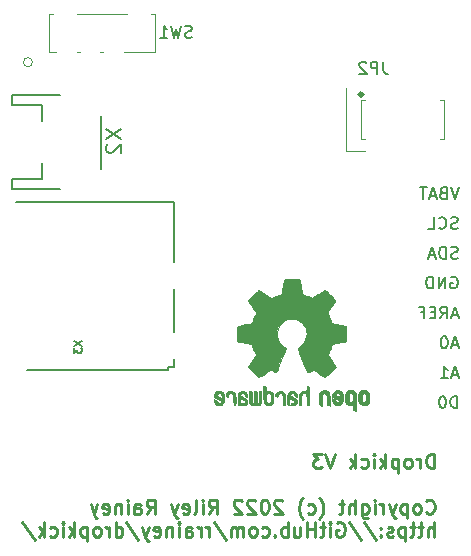
<source format=gbr>
%TF.GenerationSoftware,KiCad,Pcbnew,(6.0.1)*%
%TF.CreationDate,2022-01-27T18:06:15-06:00*%
%TF.ProjectId,dropkick,64726f70-6b69-4636-9b2e-6b696361645f,rev?*%
%TF.SameCoordinates,Original*%
%TF.FileFunction,Legend,Bot*%
%TF.FilePolarity,Positive*%
%FSLAX46Y46*%
G04 Gerber Fmt 4.6, Leading zero omitted, Abs format (unit mm)*
G04 Created by KiCad (PCBNEW (6.0.1)) date 2022-01-27 18:06:15*
%MOMM*%
%LPD*%
G01*
G04 APERTURE LIST*
%ADD10C,0.150000*%
%ADD11C,0.250000*%
%ADD12C,0.146304*%
%ADD13C,0.127000*%
%ADD14C,0.203200*%
%ADD15C,0.120000*%
%ADD16C,0.100000*%
%ADD17C,0.310000*%
%ADD18C,0.010000*%
G04 APERTURE END LIST*
D10*
X104342857Y-60352380D02*
X104009523Y-61352380D01*
X103676190Y-60352380D01*
X103009523Y-60828571D02*
X102866666Y-60876190D01*
X102819047Y-60923809D01*
X102771428Y-61019047D01*
X102771428Y-61161904D01*
X102819047Y-61257142D01*
X102866666Y-61304761D01*
X102961904Y-61352380D01*
X103342857Y-61352380D01*
X103342857Y-60352380D01*
X103009523Y-60352380D01*
X102914285Y-60400000D01*
X102866666Y-60447619D01*
X102819047Y-60542857D01*
X102819047Y-60638095D01*
X102866666Y-60733333D01*
X102914285Y-60780952D01*
X103009523Y-60828571D01*
X103342857Y-60828571D01*
X102390476Y-61066666D02*
X101914285Y-61066666D01*
X102485714Y-61352380D02*
X102152380Y-60352380D01*
X101819047Y-61352380D01*
X101628571Y-60352380D02*
X101057142Y-60352380D01*
X101342857Y-61352380D02*
X101342857Y-60352380D01*
D11*
X102251785Y-84144857D02*
X102251785Y-82944857D01*
X101966071Y-82944857D01*
X101794642Y-83002000D01*
X101680357Y-83116285D01*
X101623214Y-83230571D01*
X101566071Y-83459142D01*
X101566071Y-83630571D01*
X101623214Y-83859142D01*
X101680357Y-83973428D01*
X101794642Y-84087714D01*
X101966071Y-84144857D01*
X102251785Y-84144857D01*
X101051785Y-84144857D02*
X101051785Y-83344857D01*
X101051785Y-83573428D02*
X100994642Y-83459142D01*
X100937500Y-83402000D01*
X100823214Y-83344857D01*
X100708928Y-83344857D01*
X100137500Y-84144857D02*
X100251785Y-84087714D01*
X100308928Y-84030571D01*
X100366071Y-83916285D01*
X100366071Y-83573428D01*
X100308928Y-83459142D01*
X100251785Y-83402000D01*
X100137500Y-83344857D01*
X99966071Y-83344857D01*
X99851785Y-83402000D01*
X99794642Y-83459142D01*
X99737500Y-83573428D01*
X99737500Y-83916285D01*
X99794642Y-84030571D01*
X99851785Y-84087714D01*
X99966071Y-84144857D01*
X100137500Y-84144857D01*
X99223214Y-83344857D02*
X99223214Y-84544857D01*
X99223214Y-83402000D02*
X99108928Y-83344857D01*
X98880357Y-83344857D01*
X98766071Y-83402000D01*
X98708928Y-83459142D01*
X98651785Y-83573428D01*
X98651785Y-83916285D01*
X98708928Y-84030571D01*
X98766071Y-84087714D01*
X98880357Y-84144857D01*
X99108928Y-84144857D01*
X99223214Y-84087714D01*
X98137500Y-84144857D02*
X98137500Y-82944857D01*
X98023214Y-83687714D02*
X97680357Y-84144857D01*
X97680357Y-83344857D02*
X98137500Y-83802000D01*
X97166071Y-84144857D02*
X97166071Y-83344857D01*
X97166071Y-82944857D02*
X97223214Y-83002000D01*
X97166071Y-83059142D01*
X97108928Y-83002000D01*
X97166071Y-82944857D01*
X97166071Y-83059142D01*
X96080357Y-84087714D02*
X96194642Y-84144857D01*
X96423214Y-84144857D01*
X96537500Y-84087714D01*
X96594642Y-84030571D01*
X96651785Y-83916285D01*
X96651785Y-83573428D01*
X96594642Y-83459142D01*
X96537500Y-83402000D01*
X96423214Y-83344857D01*
X96194642Y-83344857D01*
X96080357Y-83402000D01*
X95566071Y-84144857D02*
X95566071Y-82944857D01*
X95451785Y-83687714D02*
X95108928Y-84144857D01*
X95108928Y-83344857D02*
X95566071Y-83802000D01*
X93851785Y-82944857D02*
X93451785Y-84144857D01*
X93051785Y-82944857D01*
X92766071Y-82944857D02*
X92023214Y-82944857D01*
X92423214Y-83402000D01*
X92251785Y-83402000D01*
X92137500Y-83459142D01*
X92080357Y-83516285D01*
X92023214Y-83630571D01*
X92023214Y-83916285D01*
X92080357Y-84030571D01*
X92137500Y-84087714D01*
X92251785Y-84144857D01*
X92594642Y-84144857D01*
X92708928Y-84087714D01*
X92766071Y-84030571D01*
X101566071Y-87894571D02*
X101623214Y-87951714D01*
X101794642Y-88008857D01*
X101908928Y-88008857D01*
X102080357Y-87951714D01*
X102194642Y-87837428D01*
X102251785Y-87723142D01*
X102308928Y-87494571D01*
X102308928Y-87323142D01*
X102251785Y-87094571D01*
X102194642Y-86980285D01*
X102080357Y-86866000D01*
X101908928Y-86808857D01*
X101794642Y-86808857D01*
X101623214Y-86866000D01*
X101566071Y-86923142D01*
X100880357Y-88008857D02*
X100994642Y-87951714D01*
X101051785Y-87894571D01*
X101108928Y-87780285D01*
X101108928Y-87437428D01*
X101051785Y-87323142D01*
X100994642Y-87266000D01*
X100880357Y-87208857D01*
X100708928Y-87208857D01*
X100594642Y-87266000D01*
X100537500Y-87323142D01*
X100480357Y-87437428D01*
X100480357Y-87780285D01*
X100537500Y-87894571D01*
X100594642Y-87951714D01*
X100708928Y-88008857D01*
X100880357Y-88008857D01*
X99966071Y-87208857D02*
X99966071Y-88408857D01*
X99966071Y-87266000D02*
X99851785Y-87208857D01*
X99623214Y-87208857D01*
X99508928Y-87266000D01*
X99451785Y-87323142D01*
X99394642Y-87437428D01*
X99394642Y-87780285D01*
X99451785Y-87894571D01*
X99508928Y-87951714D01*
X99623214Y-88008857D01*
X99851785Y-88008857D01*
X99966071Y-87951714D01*
X98994642Y-87208857D02*
X98708928Y-88008857D01*
X98423214Y-87208857D02*
X98708928Y-88008857D01*
X98823214Y-88294571D01*
X98880357Y-88351714D01*
X98994642Y-88408857D01*
X97966071Y-88008857D02*
X97966071Y-87208857D01*
X97966071Y-87437428D02*
X97908928Y-87323142D01*
X97851785Y-87266000D01*
X97737500Y-87208857D01*
X97623214Y-87208857D01*
X97223214Y-88008857D02*
X97223214Y-87208857D01*
X97223214Y-86808857D02*
X97280357Y-86866000D01*
X97223214Y-86923142D01*
X97166071Y-86866000D01*
X97223214Y-86808857D01*
X97223214Y-86923142D01*
X96137500Y-87208857D02*
X96137500Y-88180285D01*
X96194642Y-88294571D01*
X96251785Y-88351714D01*
X96366071Y-88408857D01*
X96537500Y-88408857D01*
X96651785Y-88351714D01*
X96137500Y-87951714D02*
X96251785Y-88008857D01*
X96480357Y-88008857D01*
X96594642Y-87951714D01*
X96651785Y-87894571D01*
X96708928Y-87780285D01*
X96708928Y-87437428D01*
X96651785Y-87323142D01*
X96594642Y-87266000D01*
X96480357Y-87208857D01*
X96251785Y-87208857D01*
X96137500Y-87266000D01*
X95566071Y-88008857D02*
X95566071Y-86808857D01*
X95051785Y-88008857D02*
X95051785Y-87380285D01*
X95108928Y-87266000D01*
X95223214Y-87208857D01*
X95394642Y-87208857D01*
X95508928Y-87266000D01*
X95566071Y-87323142D01*
X94651785Y-87208857D02*
X94194642Y-87208857D01*
X94480357Y-86808857D02*
X94480357Y-87837428D01*
X94423214Y-87951714D01*
X94308928Y-88008857D01*
X94194642Y-88008857D01*
X92537500Y-88466000D02*
X92594642Y-88408857D01*
X92708928Y-88237428D01*
X92766071Y-88123142D01*
X92823214Y-87951714D01*
X92880357Y-87666000D01*
X92880357Y-87437428D01*
X92823214Y-87151714D01*
X92766071Y-86980285D01*
X92708928Y-86866000D01*
X92594642Y-86694571D01*
X92537500Y-86637428D01*
X91566071Y-87951714D02*
X91680357Y-88008857D01*
X91908928Y-88008857D01*
X92023214Y-87951714D01*
X92080357Y-87894571D01*
X92137500Y-87780285D01*
X92137500Y-87437428D01*
X92080357Y-87323142D01*
X92023214Y-87266000D01*
X91908928Y-87208857D01*
X91680357Y-87208857D01*
X91566071Y-87266000D01*
X91166071Y-88466000D02*
X91108928Y-88408857D01*
X90994642Y-88237428D01*
X90937500Y-88123142D01*
X90880357Y-87951714D01*
X90823214Y-87666000D01*
X90823214Y-87437428D01*
X90880357Y-87151714D01*
X90937500Y-86980285D01*
X90994642Y-86866000D01*
X91108928Y-86694571D01*
X91166071Y-86637428D01*
X89394642Y-86923142D02*
X89337500Y-86866000D01*
X89223214Y-86808857D01*
X88937500Y-86808857D01*
X88823214Y-86866000D01*
X88766071Y-86923142D01*
X88708928Y-87037428D01*
X88708928Y-87151714D01*
X88766071Y-87323142D01*
X89451785Y-88008857D01*
X88708928Y-88008857D01*
X87966071Y-86808857D02*
X87851785Y-86808857D01*
X87737500Y-86866000D01*
X87680357Y-86923142D01*
X87623214Y-87037428D01*
X87566071Y-87266000D01*
X87566071Y-87551714D01*
X87623214Y-87780285D01*
X87680357Y-87894571D01*
X87737500Y-87951714D01*
X87851785Y-88008857D01*
X87966071Y-88008857D01*
X88080357Y-87951714D01*
X88137500Y-87894571D01*
X88194642Y-87780285D01*
X88251785Y-87551714D01*
X88251785Y-87266000D01*
X88194642Y-87037428D01*
X88137500Y-86923142D01*
X88080357Y-86866000D01*
X87966071Y-86808857D01*
X87108928Y-86923142D02*
X87051785Y-86866000D01*
X86937500Y-86808857D01*
X86651785Y-86808857D01*
X86537500Y-86866000D01*
X86480357Y-86923142D01*
X86423214Y-87037428D01*
X86423214Y-87151714D01*
X86480357Y-87323142D01*
X87166071Y-88008857D01*
X86423214Y-88008857D01*
X85966071Y-86923142D02*
X85908928Y-86866000D01*
X85794642Y-86808857D01*
X85508928Y-86808857D01*
X85394642Y-86866000D01*
X85337500Y-86923142D01*
X85280357Y-87037428D01*
X85280357Y-87151714D01*
X85337500Y-87323142D01*
X86023214Y-88008857D01*
X85280357Y-88008857D01*
X83166071Y-88008857D02*
X83566071Y-87437428D01*
X83851785Y-88008857D02*
X83851785Y-86808857D01*
X83394642Y-86808857D01*
X83280357Y-86866000D01*
X83223214Y-86923142D01*
X83166071Y-87037428D01*
X83166071Y-87208857D01*
X83223214Y-87323142D01*
X83280357Y-87380285D01*
X83394642Y-87437428D01*
X83851785Y-87437428D01*
X82651785Y-88008857D02*
X82651785Y-87208857D01*
X82651785Y-86808857D02*
X82708928Y-86866000D01*
X82651785Y-86923142D01*
X82594642Y-86866000D01*
X82651785Y-86808857D01*
X82651785Y-86923142D01*
X81908928Y-88008857D02*
X82023214Y-87951714D01*
X82080357Y-87837428D01*
X82080357Y-86808857D01*
X80994642Y-87951714D02*
X81108928Y-88008857D01*
X81337500Y-88008857D01*
X81451785Y-87951714D01*
X81508928Y-87837428D01*
X81508928Y-87380285D01*
X81451785Y-87266000D01*
X81337500Y-87208857D01*
X81108928Y-87208857D01*
X80994642Y-87266000D01*
X80937500Y-87380285D01*
X80937500Y-87494571D01*
X81508928Y-87608857D01*
X80537500Y-87208857D02*
X80251785Y-88008857D01*
X79966071Y-87208857D02*
X80251785Y-88008857D01*
X80366071Y-88294571D01*
X80423214Y-88351714D01*
X80537500Y-88408857D01*
X77908928Y-88008857D02*
X78308928Y-87437428D01*
X78594642Y-88008857D02*
X78594642Y-86808857D01*
X78137500Y-86808857D01*
X78023214Y-86866000D01*
X77966071Y-86923142D01*
X77908928Y-87037428D01*
X77908928Y-87208857D01*
X77966071Y-87323142D01*
X78023214Y-87380285D01*
X78137500Y-87437428D01*
X78594642Y-87437428D01*
X76880357Y-88008857D02*
X76880357Y-87380285D01*
X76937500Y-87266000D01*
X77051785Y-87208857D01*
X77280357Y-87208857D01*
X77394642Y-87266000D01*
X76880357Y-87951714D02*
X76994642Y-88008857D01*
X77280357Y-88008857D01*
X77394642Y-87951714D01*
X77451785Y-87837428D01*
X77451785Y-87723142D01*
X77394642Y-87608857D01*
X77280357Y-87551714D01*
X76994642Y-87551714D01*
X76880357Y-87494571D01*
X76308928Y-88008857D02*
X76308928Y-87208857D01*
X76308928Y-86808857D02*
X76366071Y-86866000D01*
X76308928Y-86923142D01*
X76251785Y-86866000D01*
X76308928Y-86808857D01*
X76308928Y-86923142D01*
X75737500Y-87208857D02*
X75737500Y-88008857D01*
X75737500Y-87323142D02*
X75680357Y-87266000D01*
X75566071Y-87208857D01*
X75394642Y-87208857D01*
X75280357Y-87266000D01*
X75223214Y-87380285D01*
X75223214Y-88008857D01*
X74194642Y-87951714D02*
X74308928Y-88008857D01*
X74537500Y-88008857D01*
X74651785Y-87951714D01*
X74708928Y-87837428D01*
X74708928Y-87380285D01*
X74651785Y-87266000D01*
X74537500Y-87208857D01*
X74308928Y-87208857D01*
X74194642Y-87266000D01*
X74137500Y-87380285D01*
X74137500Y-87494571D01*
X74708928Y-87608857D01*
X73737500Y-87208857D02*
X73451785Y-88008857D01*
X73166071Y-87208857D02*
X73451785Y-88008857D01*
X73566071Y-88294571D01*
X73623214Y-88351714D01*
X73737500Y-88408857D01*
X102251785Y-89940857D02*
X102251785Y-88740857D01*
X101737500Y-89940857D02*
X101737500Y-89312285D01*
X101794642Y-89198000D01*
X101908928Y-89140857D01*
X102080357Y-89140857D01*
X102194642Y-89198000D01*
X102251785Y-89255142D01*
X101337500Y-89140857D02*
X100880357Y-89140857D01*
X101166071Y-88740857D02*
X101166071Y-89769428D01*
X101108928Y-89883714D01*
X100994642Y-89940857D01*
X100880357Y-89940857D01*
X100651785Y-89140857D02*
X100194642Y-89140857D01*
X100480357Y-88740857D02*
X100480357Y-89769428D01*
X100423214Y-89883714D01*
X100308928Y-89940857D01*
X100194642Y-89940857D01*
X99794642Y-89140857D02*
X99794642Y-90340857D01*
X99794642Y-89198000D02*
X99680357Y-89140857D01*
X99451785Y-89140857D01*
X99337500Y-89198000D01*
X99280357Y-89255142D01*
X99223214Y-89369428D01*
X99223214Y-89712285D01*
X99280357Y-89826571D01*
X99337500Y-89883714D01*
X99451785Y-89940857D01*
X99680357Y-89940857D01*
X99794642Y-89883714D01*
X98766071Y-89883714D02*
X98651785Y-89940857D01*
X98423214Y-89940857D01*
X98308928Y-89883714D01*
X98251785Y-89769428D01*
X98251785Y-89712285D01*
X98308928Y-89598000D01*
X98423214Y-89540857D01*
X98594642Y-89540857D01*
X98708928Y-89483714D01*
X98766071Y-89369428D01*
X98766071Y-89312285D01*
X98708928Y-89198000D01*
X98594642Y-89140857D01*
X98423214Y-89140857D01*
X98308928Y-89198000D01*
X97737500Y-89826571D02*
X97680357Y-89883714D01*
X97737500Y-89940857D01*
X97794642Y-89883714D01*
X97737500Y-89826571D01*
X97737500Y-89940857D01*
X97737500Y-89198000D02*
X97680357Y-89255142D01*
X97737500Y-89312285D01*
X97794642Y-89255142D01*
X97737500Y-89198000D01*
X97737500Y-89312285D01*
X96308928Y-88683714D02*
X97337500Y-90226571D01*
X95051785Y-88683714D02*
X96080357Y-90226571D01*
X94023214Y-88798000D02*
X94137500Y-88740857D01*
X94308928Y-88740857D01*
X94480357Y-88798000D01*
X94594642Y-88912285D01*
X94651785Y-89026571D01*
X94708928Y-89255142D01*
X94708928Y-89426571D01*
X94651785Y-89655142D01*
X94594642Y-89769428D01*
X94480357Y-89883714D01*
X94308928Y-89940857D01*
X94194642Y-89940857D01*
X94023214Y-89883714D01*
X93966071Y-89826571D01*
X93966071Y-89426571D01*
X94194642Y-89426571D01*
X93451785Y-89940857D02*
X93451785Y-89140857D01*
X93451785Y-88740857D02*
X93508928Y-88798000D01*
X93451785Y-88855142D01*
X93394642Y-88798000D01*
X93451785Y-88740857D01*
X93451785Y-88855142D01*
X93051785Y-89140857D02*
X92594642Y-89140857D01*
X92880357Y-88740857D02*
X92880357Y-89769428D01*
X92823214Y-89883714D01*
X92708928Y-89940857D01*
X92594642Y-89940857D01*
X92194642Y-89940857D02*
X92194642Y-88740857D01*
X92194642Y-89312285D02*
X91508928Y-89312285D01*
X91508928Y-89940857D02*
X91508928Y-88740857D01*
X90423214Y-89140857D02*
X90423214Y-89940857D01*
X90937500Y-89140857D02*
X90937500Y-89769428D01*
X90880357Y-89883714D01*
X90766071Y-89940857D01*
X90594642Y-89940857D01*
X90480357Y-89883714D01*
X90423214Y-89826571D01*
X89851785Y-89940857D02*
X89851785Y-88740857D01*
X89851785Y-89198000D02*
X89737500Y-89140857D01*
X89508928Y-89140857D01*
X89394642Y-89198000D01*
X89337500Y-89255142D01*
X89280357Y-89369428D01*
X89280357Y-89712285D01*
X89337500Y-89826571D01*
X89394642Y-89883714D01*
X89508928Y-89940857D01*
X89737500Y-89940857D01*
X89851785Y-89883714D01*
X88766071Y-89826571D02*
X88708928Y-89883714D01*
X88766071Y-89940857D01*
X88823214Y-89883714D01*
X88766071Y-89826571D01*
X88766071Y-89940857D01*
X87680357Y-89883714D02*
X87794642Y-89940857D01*
X88023214Y-89940857D01*
X88137500Y-89883714D01*
X88194642Y-89826571D01*
X88251785Y-89712285D01*
X88251785Y-89369428D01*
X88194642Y-89255142D01*
X88137500Y-89198000D01*
X88023214Y-89140857D01*
X87794642Y-89140857D01*
X87680357Y-89198000D01*
X86994642Y-89940857D02*
X87108928Y-89883714D01*
X87166071Y-89826571D01*
X87223214Y-89712285D01*
X87223214Y-89369428D01*
X87166071Y-89255142D01*
X87108928Y-89198000D01*
X86994642Y-89140857D01*
X86823214Y-89140857D01*
X86708928Y-89198000D01*
X86651785Y-89255142D01*
X86594642Y-89369428D01*
X86594642Y-89712285D01*
X86651785Y-89826571D01*
X86708928Y-89883714D01*
X86823214Y-89940857D01*
X86994642Y-89940857D01*
X86080357Y-89940857D02*
X86080357Y-89140857D01*
X86080357Y-89255142D02*
X86023214Y-89198000D01*
X85908928Y-89140857D01*
X85737499Y-89140857D01*
X85623214Y-89198000D01*
X85566071Y-89312285D01*
X85566071Y-89940857D01*
X85566071Y-89312285D02*
X85508928Y-89198000D01*
X85394642Y-89140857D01*
X85223214Y-89140857D01*
X85108928Y-89198000D01*
X85051785Y-89312285D01*
X85051785Y-89940857D01*
X83623214Y-88683714D02*
X84651785Y-90226571D01*
X83223214Y-89940857D02*
X83223214Y-89140857D01*
X83223214Y-89369428D02*
X83166071Y-89255142D01*
X83108928Y-89198000D01*
X82994642Y-89140857D01*
X82880357Y-89140857D01*
X82480357Y-89940857D02*
X82480357Y-89140857D01*
X82480357Y-89369428D02*
X82423214Y-89255142D01*
X82366071Y-89198000D01*
X82251785Y-89140857D01*
X82137499Y-89140857D01*
X81223214Y-89940857D02*
X81223214Y-89312285D01*
X81280357Y-89198000D01*
X81394642Y-89140857D01*
X81623214Y-89140857D01*
X81737499Y-89198000D01*
X81223214Y-89883714D02*
X81337499Y-89940857D01*
X81623214Y-89940857D01*
X81737499Y-89883714D01*
X81794642Y-89769428D01*
X81794642Y-89655142D01*
X81737499Y-89540857D01*
X81623214Y-89483714D01*
X81337499Y-89483714D01*
X81223214Y-89426571D01*
X80651785Y-89940857D02*
X80651785Y-89140857D01*
X80651785Y-88740857D02*
X80708928Y-88798000D01*
X80651785Y-88855142D01*
X80594642Y-88798000D01*
X80651785Y-88740857D01*
X80651785Y-88855142D01*
X80080357Y-89140857D02*
X80080357Y-89940857D01*
X80080357Y-89255142D02*
X80023214Y-89198000D01*
X79908928Y-89140857D01*
X79737499Y-89140857D01*
X79623214Y-89198000D01*
X79566071Y-89312285D01*
X79566071Y-89940857D01*
X78537499Y-89883714D02*
X78651785Y-89940857D01*
X78880357Y-89940857D01*
X78994642Y-89883714D01*
X79051785Y-89769428D01*
X79051785Y-89312285D01*
X78994642Y-89198000D01*
X78880357Y-89140857D01*
X78651785Y-89140857D01*
X78537499Y-89198000D01*
X78480357Y-89312285D01*
X78480357Y-89426571D01*
X79051785Y-89540857D01*
X78080357Y-89140857D02*
X77794642Y-89940857D01*
X77508928Y-89140857D02*
X77794642Y-89940857D01*
X77908928Y-90226571D01*
X77966071Y-90283714D01*
X78080357Y-90340857D01*
X76194642Y-88683714D02*
X77223214Y-90226571D01*
X75280357Y-89940857D02*
X75280357Y-88740857D01*
X75280357Y-89883714D02*
X75394642Y-89940857D01*
X75623214Y-89940857D01*
X75737499Y-89883714D01*
X75794642Y-89826571D01*
X75851785Y-89712285D01*
X75851785Y-89369428D01*
X75794642Y-89255142D01*
X75737499Y-89198000D01*
X75623214Y-89140857D01*
X75394642Y-89140857D01*
X75280357Y-89198000D01*
X74708928Y-89940857D02*
X74708928Y-89140857D01*
X74708928Y-89369428D02*
X74651785Y-89255142D01*
X74594642Y-89198000D01*
X74480357Y-89140857D01*
X74366071Y-89140857D01*
X73794642Y-89940857D02*
X73908928Y-89883714D01*
X73966071Y-89826571D01*
X74023214Y-89712285D01*
X74023214Y-89369428D01*
X73966071Y-89255142D01*
X73908928Y-89198000D01*
X73794642Y-89140857D01*
X73623214Y-89140857D01*
X73508928Y-89198000D01*
X73451785Y-89255142D01*
X73394642Y-89369428D01*
X73394642Y-89712285D01*
X73451785Y-89826571D01*
X73508928Y-89883714D01*
X73623214Y-89940857D01*
X73794642Y-89940857D01*
X72880357Y-89140857D02*
X72880357Y-90340857D01*
X72880357Y-89198000D02*
X72766071Y-89140857D01*
X72537499Y-89140857D01*
X72423214Y-89198000D01*
X72366071Y-89255142D01*
X72308928Y-89369428D01*
X72308928Y-89712285D01*
X72366071Y-89826571D01*
X72423214Y-89883714D01*
X72537499Y-89940857D01*
X72766071Y-89940857D01*
X72880357Y-89883714D01*
X71794642Y-89940857D02*
X71794642Y-88740857D01*
X71680357Y-89483714D02*
X71337499Y-89940857D01*
X71337499Y-89140857D02*
X71794642Y-89598000D01*
X70823214Y-89940857D02*
X70823214Y-89140857D01*
X70823214Y-88740857D02*
X70880357Y-88798000D01*
X70823214Y-88855142D01*
X70766071Y-88798000D01*
X70823214Y-88740857D01*
X70823214Y-88855142D01*
X69737499Y-89883714D02*
X69851785Y-89940857D01*
X70080357Y-89940857D01*
X70194642Y-89883714D01*
X70251785Y-89826571D01*
X70308928Y-89712285D01*
X70308928Y-89369428D01*
X70251785Y-89255142D01*
X70194642Y-89198000D01*
X70080357Y-89140857D01*
X69851785Y-89140857D01*
X69737499Y-89198000D01*
X69223214Y-89940857D02*
X69223214Y-88740857D01*
X69108928Y-89483714D02*
X68766071Y-89940857D01*
X68766071Y-89140857D02*
X69223214Y-89598000D01*
X67394642Y-88683714D02*
X68423214Y-90226571D01*
D10*
X104247618Y-71180950D02*
X103771428Y-71180950D01*
X104342856Y-71466664D02*
X104009523Y-70466664D01*
X103676190Y-71466664D01*
X102771428Y-71466664D02*
X103104761Y-70990474D01*
X103342856Y-71466664D02*
X103342856Y-70466664D01*
X102961904Y-70466664D01*
X102866666Y-70514284D01*
X102819047Y-70561903D01*
X102771428Y-70657141D01*
X102771428Y-70799998D01*
X102819047Y-70895236D01*
X102866666Y-70942855D01*
X102961904Y-70990474D01*
X103342856Y-70990474D01*
X102342856Y-70942855D02*
X102009523Y-70942855D01*
X101866666Y-71466664D02*
X102342856Y-71466664D01*
X102342856Y-70466664D01*
X101866666Y-70466664D01*
X101104761Y-70942855D02*
X101438094Y-70942855D01*
X101438094Y-71466664D02*
X101438094Y-70466664D01*
X100961904Y-70466664D01*
X103676189Y-67985713D02*
X103771427Y-67938093D01*
X103914285Y-67938093D01*
X104057142Y-67985713D01*
X104152380Y-68080951D01*
X104199999Y-68176189D01*
X104247618Y-68366665D01*
X104247618Y-68509522D01*
X104199999Y-68699998D01*
X104152380Y-68795236D01*
X104057142Y-68890474D01*
X103914285Y-68938093D01*
X103819046Y-68938093D01*
X103676189Y-68890474D01*
X103628570Y-68842855D01*
X103628570Y-68509522D01*
X103819046Y-68509522D01*
X103199999Y-68938093D02*
X103199999Y-67938093D01*
X102628570Y-68938093D01*
X102628570Y-67938093D01*
X102152380Y-68938093D02*
X102152380Y-67938093D01*
X101914285Y-67938093D01*
X101771427Y-67985713D01*
X101676189Y-68080951D01*
X101628570Y-68176189D01*
X101580951Y-68366665D01*
X101580951Y-68509522D01*
X101628570Y-68699998D01*
X101676189Y-68795236D01*
X101771427Y-68890474D01*
X101914285Y-68938093D01*
X102152380Y-68938093D01*
X104247618Y-63833332D02*
X104104761Y-63880951D01*
X103866665Y-63880951D01*
X103771427Y-63833332D01*
X103723808Y-63785713D01*
X103676189Y-63690475D01*
X103676189Y-63595237D01*
X103723808Y-63499999D01*
X103771427Y-63452380D01*
X103866665Y-63404761D01*
X104057142Y-63357142D01*
X104152380Y-63309523D01*
X104199999Y-63261904D01*
X104247618Y-63166666D01*
X104247618Y-63071428D01*
X104199999Y-62976190D01*
X104152380Y-62928571D01*
X104057142Y-62880951D01*
X103819046Y-62880951D01*
X103676189Y-62928571D01*
X102676189Y-63785713D02*
X102723808Y-63833332D01*
X102866665Y-63880951D01*
X102961903Y-63880951D01*
X103104761Y-63833332D01*
X103199999Y-63738094D01*
X103247618Y-63642856D01*
X103295237Y-63452380D01*
X103295237Y-63309523D01*
X103247618Y-63119047D01*
X103199999Y-63023809D01*
X103104761Y-62928571D01*
X102961903Y-62880951D01*
X102866665Y-62880951D01*
X102723808Y-62928571D01*
X102676189Y-62976190D01*
X101771427Y-63880951D02*
X102247618Y-63880951D01*
X102247618Y-62880951D01*
X104247618Y-73709521D02*
X103771428Y-73709521D01*
X104342856Y-73995235D02*
X104009523Y-72995235D01*
X103676190Y-73995235D01*
X103152380Y-72995235D02*
X103057142Y-72995235D01*
X102961904Y-73042855D01*
X102914285Y-73090474D01*
X102866666Y-73185712D01*
X102819047Y-73376188D01*
X102819047Y-73614283D01*
X102866666Y-73804759D01*
X102914285Y-73899997D01*
X102961904Y-73947616D01*
X103057142Y-73995235D01*
X103152380Y-73995235D01*
X103247618Y-73947616D01*
X103295237Y-73899997D01*
X103342856Y-73804759D01*
X103390475Y-73614283D01*
X103390475Y-73376188D01*
X103342856Y-73185712D01*
X103295237Y-73090474D01*
X103247618Y-73042855D01*
X103152380Y-72995235D01*
X104199999Y-79052380D02*
X104199999Y-78052380D01*
X103961904Y-78052380D01*
X103819046Y-78100000D01*
X103723808Y-78195238D01*
X103676189Y-78290476D01*
X103628570Y-78480952D01*
X103628570Y-78623809D01*
X103676189Y-78814285D01*
X103723808Y-78909523D01*
X103819046Y-79004761D01*
X103961904Y-79052380D01*
X104199999Y-79052380D01*
X103009523Y-78052380D02*
X102914284Y-78052380D01*
X102819046Y-78100000D01*
X102771427Y-78147619D01*
X102723808Y-78242857D01*
X102676189Y-78433333D01*
X102676189Y-78671428D01*
X102723808Y-78861904D01*
X102771427Y-78957142D01*
X102819046Y-79004761D01*
X102914284Y-79052380D01*
X103009523Y-79052380D01*
X103104761Y-79004761D01*
X103152380Y-78957142D01*
X103199999Y-78861904D01*
X103247618Y-78671428D01*
X103247618Y-78433333D01*
X103199999Y-78242857D01*
X103152380Y-78147619D01*
X103104761Y-78100000D01*
X103009523Y-78052380D01*
X104247618Y-76238092D02*
X103771428Y-76238092D01*
X104342856Y-76523806D02*
X104009523Y-75523806D01*
X103676190Y-76523806D01*
X102819047Y-76523806D02*
X103390475Y-76523806D01*
X103104761Y-76523806D02*
X103104761Y-75523806D01*
X103199999Y-75666664D01*
X103295237Y-75761902D01*
X103390475Y-75809521D01*
X104247618Y-66361903D02*
X104104761Y-66409522D01*
X103866666Y-66409522D01*
X103771428Y-66361903D01*
X103723809Y-66314284D01*
X103676190Y-66219046D01*
X103676190Y-66123808D01*
X103723809Y-66028570D01*
X103771428Y-65980951D01*
X103866666Y-65933332D01*
X104057142Y-65885713D01*
X104152380Y-65838094D01*
X104199999Y-65790475D01*
X104247618Y-65695237D01*
X104247618Y-65599999D01*
X104199999Y-65504761D01*
X104152380Y-65457142D01*
X104057142Y-65409522D01*
X103819047Y-65409522D01*
X103676190Y-65457142D01*
X103247618Y-66409522D02*
X103247618Y-65409522D01*
X103009523Y-65409522D01*
X102866666Y-65457142D01*
X102771428Y-65552380D01*
X102723809Y-65647618D01*
X102676190Y-65838094D01*
X102676190Y-65980951D01*
X102723809Y-66171427D01*
X102771428Y-66266665D01*
X102866666Y-66361903D01*
X103009523Y-66409522D01*
X103247618Y-66409522D01*
X102295237Y-66123808D02*
X101819047Y-66123808D01*
X102390475Y-66409522D02*
X102057142Y-65409522D01*
X101723809Y-66409522D01*
D12*
%TO.C,X3*%
X71751766Y-73350599D02*
X72418262Y-73794930D01*
X71751766Y-73794930D02*
X72418262Y-73350599D01*
X71751766Y-73985358D02*
X71751766Y-74397950D01*
X72005669Y-74175785D01*
X72005669Y-74270999D01*
X72037407Y-74334474D01*
X72069145Y-74366212D01*
X72132620Y-74397950D01*
X72291310Y-74397950D01*
X72354786Y-74366212D01*
X72386524Y-74334474D01*
X72418262Y-74270999D01*
X72418262Y-74080571D01*
X72386524Y-74017095D01*
X72354786Y-73985358D01*
D10*
%TO.C,X2*%
X74504523Y-55471904D02*
X75774523Y-56318571D01*
X74504523Y-56318571D02*
X75774523Y-55471904D01*
X74625476Y-56741904D02*
X74565000Y-56802380D01*
X74504523Y-56923333D01*
X74504523Y-57225714D01*
X74565000Y-57346666D01*
X74625476Y-57407142D01*
X74746428Y-57467619D01*
X74867380Y-57467619D01*
X75048809Y-57407142D01*
X75774523Y-56681428D01*
X75774523Y-57467619D01*
%TO.C,SW1*%
X81724333Y-47648761D02*
X81581476Y-47696380D01*
X81343380Y-47696380D01*
X81248142Y-47648761D01*
X81200523Y-47601142D01*
X81152904Y-47505904D01*
X81152904Y-47410666D01*
X81200523Y-47315428D01*
X81248142Y-47267809D01*
X81343380Y-47220190D01*
X81533857Y-47172571D01*
X81629095Y-47124952D01*
X81676714Y-47077333D01*
X81724333Y-46982095D01*
X81724333Y-46886857D01*
X81676714Y-46791619D01*
X81629095Y-46744000D01*
X81533857Y-46696380D01*
X81295761Y-46696380D01*
X81152904Y-46744000D01*
X80819571Y-46696380D02*
X80581476Y-47696380D01*
X80391000Y-46982095D01*
X80200523Y-47696380D01*
X79962428Y-46696380D01*
X79057666Y-47696380D02*
X79629095Y-47696380D01*
X79343380Y-47696380D02*
X79343380Y-46696380D01*
X79438619Y-46839238D01*
X79533857Y-46934476D01*
X79629095Y-46982095D01*
%TO.C,JP2*%
X97933333Y-49752380D02*
X97933333Y-50466666D01*
X97980952Y-50609523D01*
X98076190Y-50704761D01*
X98219047Y-50752380D01*
X98314285Y-50752380D01*
X97457142Y-50752380D02*
X97457142Y-49752380D01*
X97076190Y-49752380D01*
X96980952Y-49800000D01*
X96933333Y-49847619D01*
X96885714Y-49942857D01*
X96885714Y-50085714D01*
X96933333Y-50180952D01*
X96980952Y-50228571D01*
X97076190Y-50276190D01*
X97457142Y-50276190D01*
X96504761Y-49847619D02*
X96457142Y-49800000D01*
X96361904Y-49752380D01*
X96123809Y-49752380D01*
X96028571Y-49800000D01*
X95980952Y-49847619D01*
X95933333Y-49942857D01*
X95933333Y-50038095D01*
X95980952Y-50180952D01*
X96552380Y-50752380D01*
X95933333Y-50752380D01*
D13*
%TO.C,X3*%
X80240000Y-66700000D02*
X80240000Y-61650000D01*
X79740000Y-75600000D02*
X79740000Y-75850000D01*
X80240000Y-72650000D02*
X80240000Y-68950000D01*
X80240000Y-74950000D02*
X80240000Y-75600000D01*
X79740000Y-75850000D02*
X67790000Y-75850000D01*
X80240000Y-75600000D02*
X79740000Y-75600000D01*
X80240000Y-61650000D02*
X66890000Y-61650000D01*
D14*
%TO.C,X2*%
X70550000Y-52550000D02*
X66550000Y-52550000D01*
X74050000Y-58800000D02*
X74050000Y-54300000D01*
X66550000Y-52550000D02*
X66550000Y-53400000D01*
X69050000Y-59700000D02*
X66550000Y-59700000D01*
X66550000Y-59700000D02*
X66550000Y-60550000D01*
X66550000Y-53400000D02*
X69050000Y-53400000D01*
X69050000Y-53400000D02*
X69050000Y-54800000D01*
X66550000Y-60550000D02*
X70550000Y-60550000D01*
X69050000Y-58300000D02*
X69050000Y-59700000D01*
D15*
%TO.C,SW1*%
X72026134Y-45669200D02*
X76213864Y-45669200D01*
X72241161Y-48920400D02*
X71998840Y-48920400D01*
X78603099Y-48920400D02*
X75998842Y-48920400D01*
X70241160Y-48920400D02*
X69636899Y-48920400D01*
X69636899Y-48920400D02*
X69636899Y-45669200D01*
X74241162Y-48920400D02*
X73998841Y-48920400D01*
X78603099Y-45669200D02*
X78603099Y-48920400D01*
X78276134Y-45669200D02*
X78603099Y-45669200D01*
X69636899Y-45669200D02*
X69963864Y-45669200D01*
X68239899Y-49784000D02*
G75*
G03*
X68239899Y-49784000I-381000J0D01*
G01*
D16*
%TO.C,JP2*%
X102743000Y-52960000D02*
X103063000Y-52960000D01*
X96073000Y-52960000D02*
X96393000Y-52960000D01*
X96393000Y-56260000D02*
X96073000Y-56260000D01*
X94803000Y-57260000D02*
X94803000Y-51960000D01*
X103063000Y-56260000D02*
X102743000Y-56260000D01*
X96073000Y-56260000D02*
X96073000Y-52960000D01*
X103063000Y-52960000D02*
X103063000Y-56260000D01*
X96393000Y-57260000D02*
X94803000Y-57260000D01*
D17*
X96223000Y-52510000D02*
G75*
G03*
X96223000Y-52510000I-155000J0D01*
G01*
D18*
%TO.C,REF\u002A\u002A*%
X89990986Y-68152998D02*
X89832994Y-68153863D01*
X89832994Y-68153863D02*
X89718653Y-68156205D01*
X89718653Y-68156205D02*
X89640593Y-68160762D01*
X89640593Y-68160762D02*
X89591446Y-68168270D01*
X89591446Y-68168270D02*
X89563841Y-68179466D01*
X89563841Y-68179466D02*
X89550408Y-68195088D01*
X89550408Y-68195088D02*
X89543779Y-68215873D01*
X89543779Y-68215873D02*
X89543135Y-68218563D01*
X89543135Y-68218563D02*
X89533065Y-68267113D01*
X89533065Y-68267113D02*
X89514425Y-68362905D01*
X89514425Y-68362905D02*
X89489155Y-68495743D01*
X89489155Y-68495743D02*
X89459193Y-68655431D01*
X89459193Y-68655431D02*
X89426478Y-68831774D01*
X89426478Y-68831774D02*
X89425336Y-68837967D01*
X89425336Y-68837967D02*
X89392567Y-69010782D01*
X89392567Y-69010782D02*
X89361907Y-69163469D01*
X89361907Y-69163469D02*
X89335336Y-69286871D01*
X89335336Y-69286871D02*
X89314833Y-69371831D01*
X89314833Y-69371831D02*
X89302374Y-69409190D01*
X89302374Y-69409190D02*
X89301780Y-69409852D01*
X89301780Y-69409852D02*
X89265081Y-69428095D01*
X89265081Y-69428095D02*
X89189414Y-69458497D01*
X89189414Y-69458497D02*
X89091122Y-69494493D01*
X89091122Y-69494493D02*
X89090575Y-69494685D01*
X89090575Y-69494685D02*
X88966767Y-69541222D01*
X88966767Y-69541222D02*
X88820804Y-69600504D01*
X88820804Y-69600504D02*
X88683219Y-69660109D01*
X88683219Y-69660109D02*
X88676707Y-69663056D01*
X88676707Y-69663056D02*
X88452610Y-69764765D01*
X88452610Y-69764765D02*
X87956381Y-69425897D01*
X87956381Y-69425897D02*
X87804154Y-69322592D01*
X87804154Y-69322592D02*
X87666259Y-69230237D01*
X87666259Y-69230237D02*
X87550685Y-69154084D01*
X87550685Y-69154084D02*
X87465421Y-69099385D01*
X87465421Y-69099385D02*
X87418456Y-69071393D01*
X87418456Y-69071393D02*
X87413996Y-69069317D01*
X87413996Y-69069317D02*
X87379866Y-69078560D01*
X87379866Y-69078560D02*
X87316119Y-69123156D01*
X87316119Y-69123156D02*
X87220269Y-69205209D01*
X87220269Y-69205209D02*
X87089831Y-69326821D01*
X87089831Y-69326821D02*
X86956672Y-69456205D01*
X86956672Y-69456205D02*
X86828306Y-69583702D01*
X86828306Y-69583702D02*
X86713419Y-69700046D01*
X86713419Y-69700046D02*
X86618927Y-69798052D01*
X86618927Y-69798052D02*
X86551747Y-69870536D01*
X86551747Y-69870536D02*
X86518794Y-69910313D01*
X86518794Y-69910313D02*
X86517568Y-69912361D01*
X86517568Y-69912361D02*
X86513926Y-69939656D01*
X86513926Y-69939656D02*
X86527650Y-69984234D01*
X86527650Y-69984234D02*
X86562131Y-70052112D01*
X86562131Y-70052112D02*
X86620761Y-70149311D01*
X86620761Y-70149311D02*
X86706930Y-70281851D01*
X86706930Y-70281851D02*
X86821800Y-70452476D01*
X86821800Y-70452476D02*
X86923746Y-70602655D01*
X86923746Y-70602655D02*
X87014877Y-70737350D01*
X87014877Y-70737350D02*
X87089927Y-70848740D01*
X87089927Y-70848740D02*
X87143631Y-70929005D01*
X87143631Y-70929005D02*
X87170720Y-70970325D01*
X87170720Y-70970325D02*
X87172426Y-70973130D01*
X87172426Y-70973130D02*
X87169118Y-71012721D01*
X87169118Y-71012721D02*
X87144047Y-71089669D01*
X87144047Y-71089669D02*
X87102202Y-71189432D01*
X87102202Y-71189432D02*
X87087288Y-71221291D01*
X87087288Y-71221291D02*
X87022214Y-71363226D01*
X87022214Y-71363226D02*
X86952788Y-71524273D01*
X86952788Y-71524273D02*
X86896391Y-71663621D01*
X86896391Y-71663621D02*
X86855753Y-71767044D01*
X86855753Y-71767044D02*
X86823474Y-71845642D01*
X86823474Y-71845642D02*
X86804822Y-71886720D01*
X86804822Y-71886720D02*
X86802503Y-71889885D01*
X86802503Y-71889885D02*
X86768197Y-71895128D01*
X86768197Y-71895128D02*
X86687331Y-71909494D01*
X86687331Y-71909494D02*
X86570657Y-71930937D01*
X86570657Y-71930937D02*
X86428925Y-71957413D01*
X86428925Y-71957413D02*
X86272890Y-71986877D01*
X86272890Y-71986877D02*
X86113302Y-72017283D01*
X86113302Y-72017283D02*
X85960915Y-72046588D01*
X85960915Y-72046588D02*
X85826479Y-72072745D01*
X85826479Y-72072745D02*
X85720748Y-72093710D01*
X85720748Y-72093710D02*
X85654474Y-72107439D01*
X85654474Y-72107439D02*
X85638218Y-72111320D01*
X85638218Y-72111320D02*
X85621427Y-72120900D01*
X85621427Y-72120900D02*
X85608751Y-72142536D01*
X85608751Y-72142536D02*
X85599622Y-72183531D01*
X85599622Y-72183531D02*
X85593469Y-72251189D01*
X85593469Y-72251189D02*
X85589720Y-72352812D01*
X85589720Y-72352812D02*
X85587808Y-72495703D01*
X85587808Y-72495703D02*
X85587160Y-72687165D01*
X85587160Y-72687165D02*
X85587126Y-72765645D01*
X85587126Y-72765645D02*
X85587126Y-73403906D01*
X85587126Y-73403906D02*
X85740402Y-73434160D01*
X85740402Y-73434160D02*
X85825678Y-73450564D01*
X85825678Y-73450564D02*
X85952930Y-73474509D01*
X85952930Y-73474509D02*
X86106685Y-73503107D01*
X86106685Y-73503107D02*
X86271466Y-73533467D01*
X86271466Y-73533467D02*
X86317011Y-73541806D01*
X86317011Y-73541806D02*
X86469068Y-73571370D01*
X86469068Y-73571370D02*
X86601532Y-73600442D01*
X86601532Y-73600442D02*
X86703286Y-73626329D01*
X86703286Y-73626329D02*
X86763212Y-73646337D01*
X86763212Y-73646337D02*
X86773195Y-73652301D01*
X86773195Y-73652301D02*
X86797707Y-73694534D01*
X86797707Y-73694534D02*
X86832852Y-73776370D01*
X86832852Y-73776370D02*
X86871827Y-73881683D01*
X86871827Y-73881683D02*
X86879558Y-73904368D01*
X86879558Y-73904368D02*
X86930640Y-74045018D01*
X86930640Y-74045018D02*
X86994046Y-74203714D01*
X86994046Y-74203714D02*
X87056096Y-74346225D01*
X87056096Y-74346225D02*
X87056402Y-74346886D01*
X87056402Y-74346886D02*
X87159733Y-74570440D01*
X87159733Y-74570440D02*
X86480039Y-75570232D01*
X86480039Y-75570232D02*
X86916379Y-76007300D01*
X86916379Y-76007300D02*
X87048351Y-76137381D01*
X87048351Y-76137381D02*
X87168721Y-76252048D01*
X87168721Y-76252048D02*
X87270727Y-76345181D01*
X87270727Y-76345181D02*
X87347609Y-76410658D01*
X87347609Y-76410658D02*
X87392607Y-76442357D01*
X87392607Y-76442357D02*
X87399062Y-76444368D01*
X87399062Y-76444368D02*
X87436960Y-76428529D01*
X87436960Y-76428529D02*
X87514292Y-76384496D01*
X87514292Y-76384496D02*
X87622611Y-76317490D01*
X87622611Y-76317490D02*
X87753468Y-76232734D01*
X87753468Y-76232734D02*
X87894948Y-76137816D01*
X87894948Y-76137816D02*
X88038539Y-76040998D01*
X88038539Y-76040998D02*
X88166565Y-75956751D01*
X88166565Y-75956751D02*
X88270895Y-75890258D01*
X88270895Y-75890258D02*
X88343400Y-75846702D01*
X88343400Y-75846702D02*
X88375842Y-75831264D01*
X88375842Y-75831264D02*
X88415424Y-75844328D01*
X88415424Y-75844328D02*
X88490481Y-75878750D01*
X88490481Y-75878750D02*
X88585532Y-75927380D01*
X88585532Y-75927380D02*
X88595608Y-75932785D01*
X88595608Y-75932785D02*
X88723609Y-75996980D01*
X88723609Y-75996980D02*
X88811382Y-76028463D01*
X88811382Y-76028463D02*
X88865972Y-76028798D01*
X88865972Y-76028798D02*
X88894425Y-75999548D01*
X88894425Y-75999548D02*
X88894590Y-75999138D01*
X88894590Y-75999138D02*
X88908812Y-75964498D01*
X88908812Y-75964498D02*
X88942731Y-75882269D01*
X88942731Y-75882269D02*
X88993716Y-75758814D01*
X88993716Y-75758814D02*
X89059138Y-75600498D01*
X89059138Y-75600498D02*
X89136366Y-75413686D01*
X89136366Y-75413686D02*
X89222771Y-75204742D01*
X89222771Y-75204742D02*
X89306449Y-75002446D01*
X89306449Y-75002446D02*
X89398412Y-74779200D01*
X89398412Y-74779200D02*
X89482850Y-74572392D01*
X89482850Y-74572392D02*
X89557231Y-74388362D01*
X89557231Y-74388362D02*
X89619026Y-74233451D01*
X89619026Y-74233451D02*
X89665703Y-74113996D01*
X89665703Y-74113996D02*
X89694732Y-74036339D01*
X89694732Y-74036339D02*
X89703678Y-74007356D01*
X89703678Y-74007356D02*
X89681244Y-73974110D01*
X89681244Y-73974110D02*
X89622561Y-73921123D01*
X89622561Y-73921123D02*
X89544311Y-73862704D01*
X89544311Y-73862704D02*
X89321466Y-73677952D01*
X89321466Y-73677952D02*
X89147282Y-73466182D01*
X89147282Y-73466182D02*
X89023846Y-73231856D01*
X89023846Y-73231856D02*
X88953246Y-72979434D01*
X88953246Y-72979434D02*
X88937569Y-72713377D01*
X88937569Y-72713377D02*
X88948964Y-72590575D01*
X88948964Y-72590575D02*
X89011050Y-72335793D01*
X89011050Y-72335793D02*
X89117977Y-72110801D01*
X89117977Y-72110801D02*
X89263111Y-71917817D01*
X89263111Y-71917817D02*
X89439822Y-71759061D01*
X89439822Y-71759061D02*
X89641478Y-71636750D01*
X89641478Y-71636750D02*
X89861446Y-71553105D01*
X89861446Y-71553105D02*
X90093094Y-71510344D01*
X90093094Y-71510344D02*
X90329791Y-71510687D01*
X90329791Y-71510687D02*
X90564905Y-71556352D01*
X90564905Y-71556352D02*
X90791804Y-71649559D01*
X90791804Y-71649559D02*
X91003856Y-71792527D01*
X91003856Y-71792527D02*
X91092364Y-71873383D01*
X91092364Y-71873383D02*
X91262111Y-72081007D01*
X91262111Y-72081007D02*
X91380301Y-72307895D01*
X91380301Y-72307895D02*
X91447722Y-72547433D01*
X91447722Y-72547433D02*
X91465160Y-72793007D01*
X91465160Y-72793007D02*
X91433402Y-73038003D01*
X91433402Y-73038003D02*
X91353235Y-73275808D01*
X91353235Y-73275808D02*
X91225445Y-73499807D01*
X91225445Y-73499807D02*
X91050820Y-73703387D01*
X91050820Y-73703387D02*
X90855688Y-73862704D01*
X90855688Y-73862704D02*
X90774409Y-73923602D01*
X90774409Y-73923602D02*
X90716991Y-73976015D01*
X90716991Y-73976015D02*
X90696322Y-74007406D01*
X90696322Y-74007406D02*
X90707144Y-74041639D01*
X90707144Y-74041639D02*
X90737923Y-74123419D01*
X90737923Y-74123419D02*
X90786126Y-74246407D01*
X90786126Y-74246407D02*
X90849222Y-74404263D01*
X90849222Y-74404263D02*
X90924678Y-74590649D01*
X90924678Y-74590649D02*
X91009962Y-74799226D01*
X91009962Y-74799226D02*
X91093781Y-75002496D01*
X91093781Y-75002496D02*
X91186255Y-75225933D01*
X91186255Y-75225933D02*
X91271911Y-75432984D01*
X91271911Y-75432984D02*
X91348118Y-75617286D01*
X91348118Y-75617286D02*
X91412247Y-75772475D01*
X91412247Y-75772475D02*
X91461668Y-75892188D01*
X91461668Y-75892188D02*
X91493752Y-75970061D01*
X91493752Y-75970061D02*
X91505641Y-75999138D01*
X91505641Y-75999138D02*
X91533726Y-76028677D01*
X91533726Y-76028677D02*
X91588051Y-76028591D01*
X91588051Y-76028591D02*
X91675605Y-75997326D01*
X91675605Y-75997326D02*
X91803381Y-75933329D01*
X91803381Y-75933329D02*
X91804392Y-75932785D01*
X91804392Y-75932785D02*
X91900598Y-75883121D01*
X91900598Y-75883121D02*
X91978369Y-75846945D01*
X91978369Y-75846945D02*
X92022223Y-75831408D01*
X92022223Y-75831408D02*
X92024158Y-75831264D01*
X92024158Y-75831264D02*
X92057171Y-75847024D01*
X92057171Y-75847024D02*
X92130054Y-75890850D01*
X92130054Y-75890850D02*
X92234678Y-75957557D01*
X92234678Y-75957557D02*
X92362910Y-76041964D01*
X92362910Y-76041964D02*
X92505052Y-76137816D01*
X92505052Y-76137816D02*
X92649767Y-76234867D01*
X92649767Y-76234867D02*
X92780196Y-76319270D01*
X92780196Y-76319270D02*
X92887890Y-76385801D01*
X92887890Y-76385801D02*
X92964402Y-76429238D01*
X92964402Y-76429238D02*
X93000938Y-76444368D01*
X93000938Y-76444368D02*
X93034582Y-76424482D01*
X93034582Y-76424482D02*
X93102224Y-76368903D01*
X93102224Y-76368903D02*
X93197107Y-76283754D01*
X93197107Y-76283754D02*
X93312470Y-76175153D01*
X93312470Y-76175153D02*
X93441555Y-76049221D01*
X93441555Y-76049221D02*
X93483771Y-76007149D01*
X93483771Y-76007149D02*
X93920261Y-75569931D01*
X93920261Y-75569931D02*
X93588023Y-75082340D01*
X93588023Y-75082340D02*
X93487054Y-74932605D01*
X93487054Y-74932605D02*
X93398438Y-74798220D01*
X93398438Y-74798220D02*
X93327146Y-74686969D01*
X93327146Y-74686969D02*
X93278150Y-74606639D01*
X93278150Y-74606639D02*
X93256422Y-74565014D01*
X93256422Y-74565014D02*
X93255785Y-74562053D01*
X93255785Y-74562053D02*
X93267240Y-74522818D01*
X93267240Y-74522818D02*
X93298051Y-74443895D01*
X93298051Y-74443895D02*
X93342884Y-74338509D01*
X93342884Y-74338509D02*
X93374353Y-74267954D01*
X93374353Y-74267954D02*
X93433192Y-74132876D01*
X93433192Y-74132876D02*
X93488604Y-73996409D01*
X93488604Y-73996409D02*
X93531564Y-73881103D01*
X93531564Y-73881103D02*
X93543234Y-73845977D01*
X93543234Y-73845977D02*
X93576389Y-73752174D01*
X93576389Y-73752174D02*
X93608799Y-73679694D01*
X93608799Y-73679694D02*
X93626601Y-73652301D01*
X93626601Y-73652301D02*
X93665886Y-73635536D01*
X93665886Y-73635536D02*
X93751626Y-73611770D01*
X93751626Y-73611770D02*
X93872697Y-73583697D01*
X93872697Y-73583697D02*
X94017973Y-73554009D01*
X94017973Y-73554009D02*
X94082988Y-73541806D01*
X94082988Y-73541806D02*
X94248087Y-73511468D01*
X94248087Y-73511468D02*
X94406448Y-73482093D01*
X94406448Y-73482093D02*
X94542596Y-73456569D01*
X94542596Y-73456569D02*
X94641057Y-73437785D01*
X94641057Y-73437785D02*
X94659598Y-73434160D01*
X94659598Y-73434160D02*
X94812873Y-73403906D01*
X94812873Y-73403906D02*
X94812873Y-72765645D01*
X94812873Y-72765645D02*
X94812529Y-72555770D01*
X94812529Y-72555770D02*
X94811116Y-72396980D01*
X94811116Y-72396980D02*
X94808064Y-72281973D01*
X94808064Y-72281973D02*
X94802803Y-72203446D01*
X94802803Y-72203446D02*
X94794763Y-72154096D01*
X94794763Y-72154096D02*
X94783373Y-72126619D01*
X94783373Y-72126619D02*
X94768063Y-72113713D01*
X94768063Y-72113713D02*
X94761782Y-72111320D01*
X94761782Y-72111320D02*
X94723896Y-72102833D01*
X94723896Y-72102833D02*
X94640195Y-72085900D01*
X94640195Y-72085900D02*
X94521433Y-72062566D01*
X94521433Y-72062566D02*
X94378361Y-72034875D01*
X94378361Y-72034875D02*
X94221732Y-72004873D01*
X94221732Y-72004873D02*
X94062297Y-71974604D01*
X94062297Y-71974604D02*
X93910809Y-71946115D01*
X93910809Y-71946115D02*
X93778019Y-71921449D01*
X93778019Y-71921449D02*
X93674681Y-71902651D01*
X93674681Y-71902651D02*
X93611545Y-71891767D01*
X93611545Y-71891767D02*
X93597497Y-71889885D01*
X93597497Y-71889885D02*
X93584770Y-71864704D01*
X93584770Y-71864704D02*
X93556600Y-71797622D01*
X93556600Y-71797622D02*
X93518252Y-71701333D01*
X93518252Y-71701333D02*
X93503609Y-71663621D01*
X93503609Y-71663621D02*
X93444548Y-71517921D01*
X93444548Y-71517921D02*
X93375000Y-71356951D01*
X93375000Y-71356951D02*
X93312712Y-71221291D01*
X93312712Y-71221291D02*
X93266879Y-71117561D01*
X93266879Y-71117561D02*
X93236387Y-71032326D01*
X93236387Y-71032326D02*
X93226208Y-70980126D01*
X93226208Y-70980126D02*
X93227831Y-70973130D01*
X93227831Y-70973130D02*
X93249343Y-70940102D01*
X93249343Y-70940102D02*
X93298465Y-70866643D01*
X93298465Y-70866643D02*
X93369923Y-70760577D01*
X93369923Y-70760577D02*
X93458445Y-70629726D01*
X93458445Y-70629726D02*
X93558759Y-70481912D01*
X93558759Y-70481912D02*
X93578594Y-70452734D01*
X93578594Y-70452734D02*
X93694988Y-70279863D01*
X93694988Y-70279863D02*
X93780548Y-70148226D01*
X93780548Y-70148226D02*
X93838684Y-70051761D01*
X93838684Y-70051761D02*
X93872808Y-69984408D01*
X93872808Y-69984408D02*
X93886331Y-69940106D01*
X93886331Y-69940106D02*
X93882664Y-69912794D01*
X93882664Y-69912794D02*
X93882570Y-69912620D01*
X93882570Y-69912620D02*
X93853707Y-69876746D01*
X93853707Y-69876746D02*
X93789867Y-69807391D01*
X93789867Y-69807391D02*
X93697969Y-69711745D01*
X93697969Y-69711745D02*
X93584933Y-69596999D01*
X93584933Y-69596999D02*
X93457679Y-69470341D01*
X93457679Y-69470341D02*
X93443328Y-69456205D01*
X93443328Y-69456205D02*
X93282957Y-69300903D01*
X93282957Y-69300903D02*
X93159195Y-69186870D01*
X93159195Y-69186870D02*
X93069555Y-69112002D01*
X93069555Y-69112002D02*
X93011552Y-69074196D01*
X93011552Y-69074196D02*
X92986004Y-69069317D01*
X92986004Y-69069317D02*
X92948718Y-69090603D01*
X92948718Y-69090603D02*
X92871343Y-69139773D01*
X92871343Y-69139773D02*
X92761867Y-69211575D01*
X92761867Y-69211575D02*
X92628280Y-69300755D01*
X92628280Y-69300755D02*
X92478570Y-69402063D01*
X92478570Y-69402063D02*
X92443618Y-69425897D01*
X92443618Y-69425897D02*
X91947390Y-69764765D01*
X91947390Y-69764765D02*
X91723293Y-69663056D01*
X91723293Y-69663056D02*
X91587011Y-69603783D01*
X91587011Y-69603783D02*
X91440724Y-69544170D01*
X91440724Y-69544170D02*
X91314965Y-69496640D01*
X91314965Y-69496640D02*
X91309425Y-69494685D01*
X91309425Y-69494685D02*
X91211057Y-69458677D01*
X91211057Y-69458677D02*
X91135229Y-69428229D01*
X91135229Y-69428229D02*
X91098282Y-69409905D01*
X91098282Y-69409905D02*
X91098220Y-69409852D01*
X91098220Y-69409852D02*
X91086496Y-69376729D01*
X91086496Y-69376729D02*
X91066568Y-69295267D01*
X91066568Y-69295267D02*
X91040413Y-69174625D01*
X91040413Y-69174625D02*
X91010010Y-69023959D01*
X91010010Y-69023959D02*
X90977337Y-68852428D01*
X90977337Y-68852428D02*
X90974664Y-68837967D01*
X90974664Y-68837967D02*
X90941890Y-68661235D01*
X90941890Y-68661235D02*
X90911802Y-68500810D01*
X90911802Y-68500810D02*
X90886339Y-68366888D01*
X90886339Y-68366888D02*
X90867441Y-68269663D01*
X90867441Y-68269663D02*
X90857047Y-68219332D01*
X90857047Y-68219332D02*
X90856865Y-68218563D01*
X90856865Y-68218563D02*
X90850539Y-68197153D01*
X90850539Y-68197153D02*
X90838239Y-68180988D01*
X90838239Y-68180988D02*
X90812594Y-68169331D01*
X90812594Y-68169331D02*
X90766235Y-68161445D01*
X90766235Y-68161445D02*
X90691792Y-68156593D01*
X90691792Y-68156593D02*
X90581895Y-68154039D01*
X90581895Y-68154039D02*
X90429175Y-68153045D01*
X90429175Y-68153045D02*
X90226262Y-68152874D01*
X90226262Y-68152874D02*
X90200000Y-68152874D01*
X90200000Y-68152874D02*
X89990986Y-68152998D01*
X89990986Y-68152998D02*
X89990986Y-68152998D01*
G36*
X90429175Y-68153045D02*
G01*
X90581895Y-68154039D01*
X90691792Y-68156593D01*
X90766235Y-68161445D01*
X90812594Y-68169331D01*
X90838239Y-68180988D01*
X90850539Y-68197153D01*
X90856865Y-68218563D01*
X90857047Y-68219332D01*
X90867441Y-68269663D01*
X90886339Y-68366888D01*
X90911802Y-68500810D01*
X90941890Y-68661235D01*
X90974664Y-68837967D01*
X90977337Y-68852428D01*
X91010010Y-69023959D01*
X91040413Y-69174625D01*
X91066568Y-69295267D01*
X91086496Y-69376729D01*
X91098220Y-69409852D01*
X91098282Y-69409905D01*
X91135229Y-69428229D01*
X91211057Y-69458677D01*
X91309425Y-69494685D01*
X91314965Y-69496640D01*
X91440724Y-69544170D01*
X91587011Y-69603783D01*
X91723293Y-69663056D01*
X91947390Y-69764765D01*
X92443618Y-69425897D01*
X92478570Y-69402063D01*
X92628280Y-69300755D01*
X92761867Y-69211575D01*
X92871343Y-69139773D01*
X92948718Y-69090603D01*
X92986004Y-69069317D01*
X93011552Y-69074196D01*
X93069555Y-69112002D01*
X93159195Y-69186870D01*
X93282957Y-69300903D01*
X93443328Y-69456205D01*
X93457679Y-69470341D01*
X93584933Y-69596999D01*
X93697969Y-69711745D01*
X93789867Y-69807391D01*
X93853707Y-69876746D01*
X93882570Y-69912620D01*
X93882664Y-69912794D01*
X93886331Y-69940106D01*
X93872808Y-69984408D01*
X93838684Y-70051761D01*
X93780548Y-70148226D01*
X93694988Y-70279863D01*
X93578594Y-70452734D01*
X93558759Y-70481912D01*
X93458445Y-70629726D01*
X93369923Y-70760577D01*
X93298465Y-70866643D01*
X93249343Y-70940102D01*
X93227831Y-70973130D01*
X93226208Y-70980126D01*
X93236387Y-71032326D01*
X93266879Y-71117561D01*
X93312712Y-71221291D01*
X93375000Y-71356951D01*
X93444548Y-71517921D01*
X93503609Y-71663621D01*
X93518252Y-71701333D01*
X93556600Y-71797622D01*
X93584770Y-71864704D01*
X93597497Y-71889885D01*
X93611545Y-71891767D01*
X93674681Y-71902651D01*
X93778019Y-71921449D01*
X93910809Y-71946115D01*
X94062297Y-71974604D01*
X94221732Y-72004873D01*
X94378361Y-72034875D01*
X94521433Y-72062566D01*
X94640195Y-72085900D01*
X94723896Y-72102833D01*
X94761782Y-72111320D01*
X94768063Y-72113713D01*
X94783373Y-72126619D01*
X94794763Y-72154096D01*
X94802803Y-72203446D01*
X94808064Y-72281973D01*
X94811116Y-72396980D01*
X94812529Y-72555770D01*
X94812873Y-72765645D01*
X94812873Y-73403906D01*
X94659598Y-73434160D01*
X94641057Y-73437785D01*
X94542596Y-73456569D01*
X94406448Y-73482093D01*
X94248087Y-73511468D01*
X94082988Y-73541806D01*
X94017973Y-73554009D01*
X93872697Y-73583697D01*
X93751626Y-73611770D01*
X93665886Y-73635536D01*
X93626601Y-73652301D01*
X93608799Y-73679694D01*
X93576389Y-73752174D01*
X93543234Y-73845977D01*
X93531564Y-73881103D01*
X93488604Y-73996409D01*
X93433192Y-74132876D01*
X93374353Y-74267954D01*
X93342884Y-74338509D01*
X93298051Y-74443895D01*
X93267240Y-74522818D01*
X93255785Y-74562053D01*
X93256422Y-74565014D01*
X93278150Y-74606639D01*
X93327146Y-74686969D01*
X93398438Y-74798220D01*
X93487054Y-74932605D01*
X93588023Y-75082340D01*
X93920261Y-75569931D01*
X93483771Y-76007149D01*
X93441555Y-76049221D01*
X93312470Y-76175153D01*
X93197107Y-76283754D01*
X93102224Y-76368903D01*
X93034582Y-76424482D01*
X93000938Y-76444368D01*
X92964402Y-76429238D01*
X92887890Y-76385801D01*
X92780196Y-76319270D01*
X92649767Y-76234867D01*
X92505052Y-76137816D01*
X92362910Y-76041964D01*
X92234678Y-75957557D01*
X92130054Y-75890850D01*
X92057171Y-75847024D01*
X92024158Y-75831264D01*
X92022223Y-75831408D01*
X91978369Y-75846945D01*
X91900598Y-75883121D01*
X91804392Y-75932785D01*
X91803381Y-75933329D01*
X91675605Y-75997326D01*
X91588051Y-76028591D01*
X91533726Y-76028677D01*
X91505641Y-75999138D01*
X91493752Y-75970061D01*
X91461668Y-75892188D01*
X91412247Y-75772475D01*
X91348118Y-75617286D01*
X91271911Y-75432984D01*
X91186255Y-75225933D01*
X91093781Y-75002496D01*
X91009962Y-74799226D01*
X90924678Y-74590649D01*
X90849222Y-74404263D01*
X90786126Y-74246407D01*
X90737923Y-74123419D01*
X90707144Y-74041639D01*
X90696322Y-74007406D01*
X90716991Y-73976015D01*
X90774409Y-73923602D01*
X90855688Y-73862704D01*
X91050820Y-73703387D01*
X91225445Y-73499807D01*
X91353235Y-73275808D01*
X91433402Y-73038003D01*
X91465160Y-72793007D01*
X91447722Y-72547433D01*
X91380301Y-72307895D01*
X91262111Y-72081007D01*
X91092364Y-71873383D01*
X91003856Y-71792527D01*
X90791804Y-71649559D01*
X90564905Y-71556352D01*
X90329791Y-71510687D01*
X90093094Y-71510344D01*
X89861446Y-71553105D01*
X89641478Y-71636750D01*
X89439822Y-71759061D01*
X89263111Y-71917817D01*
X89117977Y-72110801D01*
X89011050Y-72335793D01*
X88948964Y-72590575D01*
X88937569Y-72713377D01*
X88953246Y-72979434D01*
X89023846Y-73231856D01*
X89147282Y-73466182D01*
X89321466Y-73677952D01*
X89544311Y-73862704D01*
X89622561Y-73921123D01*
X89681244Y-73974110D01*
X89703678Y-74007356D01*
X89694732Y-74036339D01*
X89665703Y-74113996D01*
X89619026Y-74233451D01*
X89557231Y-74388362D01*
X89482850Y-74572392D01*
X89398412Y-74779200D01*
X89306449Y-75002446D01*
X89222771Y-75204742D01*
X89136366Y-75413686D01*
X89059138Y-75600498D01*
X88993716Y-75758814D01*
X88942731Y-75882269D01*
X88908812Y-75964498D01*
X88894590Y-75999138D01*
X88894425Y-75999548D01*
X88865972Y-76028798D01*
X88811382Y-76028463D01*
X88723609Y-75996980D01*
X88595608Y-75932785D01*
X88585532Y-75927380D01*
X88490481Y-75878750D01*
X88415424Y-75844328D01*
X88375842Y-75831264D01*
X88343400Y-75846702D01*
X88270895Y-75890258D01*
X88166565Y-75956751D01*
X88038539Y-76040998D01*
X87894948Y-76137816D01*
X87753468Y-76232734D01*
X87622611Y-76317490D01*
X87514292Y-76384496D01*
X87436960Y-76428529D01*
X87399062Y-76444368D01*
X87392607Y-76442357D01*
X87347609Y-76410658D01*
X87270727Y-76345181D01*
X87168721Y-76252048D01*
X87048351Y-76137381D01*
X86916379Y-76007300D01*
X86480039Y-75570232D01*
X87159733Y-74570440D01*
X87056402Y-74346886D01*
X87056096Y-74346225D01*
X86994046Y-74203714D01*
X86930640Y-74045018D01*
X86879558Y-73904368D01*
X86871827Y-73881683D01*
X86832852Y-73776370D01*
X86797707Y-73694534D01*
X86773195Y-73652301D01*
X86763212Y-73646337D01*
X86703286Y-73626329D01*
X86601532Y-73600442D01*
X86469068Y-73571370D01*
X86317011Y-73541806D01*
X86271466Y-73533467D01*
X86106685Y-73503107D01*
X85952930Y-73474509D01*
X85825678Y-73450564D01*
X85740402Y-73434160D01*
X85587126Y-73403906D01*
X85587126Y-72765645D01*
X85587160Y-72687165D01*
X85587808Y-72495703D01*
X85589720Y-72352812D01*
X85593469Y-72251189D01*
X85599622Y-72183531D01*
X85608751Y-72142536D01*
X85621427Y-72120900D01*
X85638218Y-72111320D01*
X85654474Y-72107439D01*
X85720748Y-72093710D01*
X85826479Y-72072745D01*
X85960915Y-72046588D01*
X86113302Y-72017283D01*
X86272890Y-71986877D01*
X86428925Y-71957413D01*
X86570657Y-71930937D01*
X86687331Y-71909494D01*
X86768197Y-71895128D01*
X86802503Y-71889885D01*
X86804822Y-71886720D01*
X86823474Y-71845642D01*
X86855753Y-71767044D01*
X86896391Y-71663621D01*
X86952788Y-71524273D01*
X87022214Y-71363226D01*
X87087288Y-71221291D01*
X87102202Y-71189432D01*
X87144047Y-71089669D01*
X87169118Y-71012721D01*
X87172426Y-70973130D01*
X87170720Y-70970325D01*
X87143631Y-70929005D01*
X87089927Y-70848740D01*
X87014877Y-70737350D01*
X86923746Y-70602655D01*
X86821800Y-70452476D01*
X86706930Y-70281851D01*
X86620761Y-70149311D01*
X86562131Y-70052112D01*
X86527650Y-69984234D01*
X86513926Y-69939656D01*
X86517568Y-69912361D01*
X86518794Y-69910313D01*
X86551747Y-69870536D01*
X86618927Y-69798052D01*
X86713419Y-69700046D01*
X86828306Y-69583702D01*
X86956672Y-69456205D01*
X87089831Y-69326821D01*
X87220269Y-69205209D01*
X87316119Y-69123156D01*
X87379866Y-69078560D01*
X87413996Y-69069317D01*
X87418456Y-69071393D01*
X87465421Y-69099385D01*
X87550685Y-69154084D01*
X87666259Y-69230237D01*
X87804154Y-69322592D01*
X87956381Y-69425897D01*
X88452610Y-69764765D01*
X88676707Y-69663056D01*
X88683219Y-69660109D01*
X88820804Y-69600504D01*
X88966767Y-69541222D01*
X89090575Y-69494685D01*
X89091122Y-69494493D01*
X89189414Y-69458497D01*
X89265081Y-69428095D01*
X89301780Y-69409852D01*
X89302374Y-69409190D01*
X89314833Y-69371831D01*
X89335336Y-69286871D01*
X89361907Y-69163469D01*
X89392567Y-69010782D01*
X89425336Y-68837967D01*
X89426478Y-68831774D01*
X89459193Y-68655431D01*
X89489155Y-68495743D01*
X89514425Y-68362905D01*
X89533065Y-68267113D01*
X89543135Y-68218563D01*
X89543779Y-68215873D01*
X89550408Y-68195088D01*
X89563841Y-68179466D01*
X89591446Y-68168270D01*
X89640593Y-68160762D01*
X89718653Y-68156205D01*
X89832994Y-68153863D01*
X89990986Y-68152998D01*
X90200000Y-68152874D01*
X90226262Y-68152874D01*
X90429175Y-68153045D01*
G37*
X90429175Y-68153045D02*
X90581895Y-68154039D01*
X90691792Y-68156593D01*
X90766235Y-68161445D01*
X90812594Y-68169331D01*
X90838239Y-68180988D01*
X90850539Y-68197153D01*
X90856865Y-68218563D01*
X90857047Y-68219332D01*
X90867441Y-68269663D01*
X90886339Y-68366888D01*
X90911802Y-68500810D01*
X90941890Y-68661235D01*
X90974664Y-68837967D01*
X90977337Y-68852428D01*
X91010010Y-69023959D01*
X91040413Y-69174625D01*
X91066568Y-69295267D01*
X91086496Y-69376729D01*
X91098220Y-69409852D01*
X91098282Y-69409905D01*
X91135229Y-69428229D01*
X91211057Y-69458677D01*
X91309425Y-69494685D01*
X91314965Y-69496640D01*
X91440724Y-69544170D01*
X91587011Y-69603783D01*
X91723293Y-69663056D01*
X91947390Y-69764765D01*
X92443618Y-69425897D01*
X92478570Y-69402063D01*
X92628280Y-69300755D01*
X92761867Y-69211575D01*
X92871343Y-69139773D01*
X92948718Y-69090603D01*
X92986004Y-69069317D01*
X93011552Y-69074196D01*
X93069555Y-69112002D01*
X93159195Y-69186870D01*
X93282957Y-69300903D01*
X93443328Y-69456205D01*
X93457679Y-69470341D01*
X93584933Y-69596999D01*
X93697969Y-69711745D01*
X93789867Y-69807391D01*
X93853707Y-69876746D01*
X93882570Y-69912620D01*
X93882664Y-69912794D01*
X93886331Y-69940106D01*
X93872808Y-69984408D01*
X93838684Y-70051761D01*
X93780548Y-70148226D01*
X93694988Y-70279863D01*
X93578594Y-70452734D01*
X93558759Y-70481912D01*
X93458445Y-70629726D01*
X93369923Y-70760577D01*
X93298465Y-70866643D01*
X93249343Y-70940102D01*
X93227831Y-70973130D01*
X93226208Y-70980126D01*
X93236387Y-71032326D01*
X93266879Y-71117561D01*
X93312712Y-71221291D01*
X93375000Y-71356951D01*
X93444548Y-71517921D01*
X93503609Y-71663621D01*
X93518252Y-71701333D01*
X93556600Y-71797622D01*
X93584770Y-71864704D01*
X93597497Y-71889885D01*
X93611545Y-71891767D01*
X93674681Y-71902651D01*
X93778019Y-71921449D01*
X93910809Y-71946115D01*
X94062297Y-71974604D01*
X94221732Y-72004873D01*
X94378361Y-72034875D01*
X94521433Y-72062566D01*
X94640195Y-72085900D01*
X94723896Y-72102833D01*
X94761782Y-72111320D01*
X94768063Y-72113713D01*
X94783373Y-72126619D01*
X94794763Y-72154096D01*
X94802803Y-72203446D01*
X94808064Y-72281973D01*
X94811116Y-72396980D01*
X94812529Y-72555770D01*
X94812873Y-72765645D01*
X94812873Y-73403906D01*
X94659598Y-73434160D01*
X94641057Y-73437785D01*
X94542596Y-73456569D01*
X94406448Y-73482093D01*
X94248087Y-73511468D01*
X94082988Y-73541806D01*
X94017973Y-73554009D01*
X93872697Y-73583697D01*
X93751626Y-73611770D01*
X93665886Y-73635536D01*
X93626601Y-73652301D01*
X93608799Y-73679694D01*
X93576389Y-73752174D01*
X93543234Y-73845977D01*
X93531564Y-73881103D01*
X93488604Y-73996409D01*
X93433192Y-74132876D01*
X93374353Y-74267954D01*
X93342884Y-74338509D01*
X93298051Y-74443895D01*
X93267240Y-74522818D01*
X93255785Y-74562053D01*
X93256422Y-74565014D01*
X93278150Y-74606639D01*
X93327146Y-74686969D01*
X93398438Y-74798220D01*
X93487054Y-74932605D01*
X93588023Y-75082340D01*
X93920261Y-75569931D01*
X93483771Y-76007149D01*
X93441555Y-76049221D01*
X93312470Y-76175153D01*
X93197107Y-76283754D01*
X93102224Y-76368903D01*
X93034582Y-76424482D01*
X93000938Y-76444368D01*
X92964402Y-76429238D01*
X92887890Y-76385801D01*
X92780196Y-76319270D01*
X92649767Y-76234867D01*
X92505052Y-76137816D01*
X92362910Y-76041964D01*
X92234678Y-75957557D01*
X92130054Y-75890850D01*
X92057171Y-75847024D01*
X92024158Y-75831264D01*
X92022223Y-75831408D01*
X91978369Y-75846945D01*
X91900598Y-75883121D01*
X91804392Y-75932785D01*
X91803381Y-75933329D01*
X91675605Y-75997326D01*
X91588051Y-76028591D01*
X91533726Y-76028677D01*
X91505641Y-75999138D01*
X91493752Y-75970061D01*
X91461668Y-75892188D01*
X91412247Y-75772475D01*
X91348118Y-75617286D01*
X91271911Y-75432984D01*
X91186255Y-75225933D01*
X91093781Y-75002496D01*
X91009962Y-74799226D01*
X90924678Y-74590649D01*
X90849222Y-74404263D01*
X90786126Y-74246407D01*
X90737923Y-74123419D01*
X90707144Y-74041639D01*
X90696322Y-74007406D01*
X90716991Y-73976015D01*
X90774409Y-73923602D01*
X90855688Y-73862704D01*
X91050820Y-73703387D01*
X91225445Y-73499807D01*
X91353235Y-73275808D01*
X91433402Y-73038003D01*
X91465160Y-72793007D01*
X91447722Y-72547433D01*
X91380301Y-72307895D01*
X91262111Y-72081007D01*
X91092364Y-71873383D01*
X91003856Y-71792527D01*
X90791804Y-71649559D01*
X90564905Y-71556352D01*
X90329791Y-71510687D01*
X90093094Y-71510344D01*
X89861446Y-71553105D01*
X89641478Y-71636750D01*
X89439822Y-71759061D01*
X89263111Y-71917817D01*
X89117977Y-72110801D01*
X89011050Y-72335793D01*
X88948964Y-72590575D01*
X88937569Y-72713377D01*
X88953246Y-72979434D01*
X89023846Y-73231856D01*
X89147282Y-73466182D01*
X89321466Y-73677952D01*
X89544311Y-73862704D01*
X89622561Y-73921123D01*
X89681244Y-73974110D01*
X89703678Y-74007356D01*
X89694732Y-74036339D01*
X89665703Y-74113996D01*
X89619026Y-74233451D01*
X89557231Y-74388362D01*
X89482850Y-74572392D01*
X89398412Y-74779200D01*
X89306449Y-75002446D01*
X89222771Y-75204742D01*
X89136366Y-75413686D01*
X89059138Y-75600498D01*
X88993716Y-75758814D01*
X88942731Y-75882269D01*
X88908812Y-75964498D01*
X88894590Y-75999138D01*
X88894425Y-75999548D01*
X88865972Y-76028798D01*
X88811382Y-76028463D01*
X88723609Y-75996980D01*
X88595608Y-75932785D01*
X88585532Y-75927380D01*
X88490481Y-75878750D01*
X88415424Y-75844328D01*
X88375842Y-75831264D01*
X88343400Y-75846702D01*
X88270895Y-75890258D01*
X88166565Y-75956751D01*
X88038539Y-76040998D01*
X87894948Y-76137816D01*
X87753468Y-76232734D01*
X87622611Y-76317490D01*
X87514292Y-76384496D01*
X87436960Y-76428529D01*
X87399062Y-76444368D01*
X87392607Y-76442357D01*
X87347609Y-76410658D01*
X87270727Y-76345181D01*
X87168721Y-76252048D01*
X87048351Y-76137381D01*
X86916379Y-76007300D01*
X86480039Y-75570232D01*
X87159733Y-74570440D01*
X87056402Y-74346886D01*
X87056096Y-74346225D01*
X86994046Y-74203714D01*
X86930640Y-74045018D01*
X86879558Y-73904368D01*
X86871827Y-73881683D01*
X86832852Y-73776370D01*
X86797707Y-73694534D01*
X86773195Y-73652301D01*
X86763212Y-73646337D01*
X86703286Y-73626329D01*
X86601532Y-73600442D01*
X86469068Y-73571370D01*
X86317011Y-73541806D01*
X86271466Y-73533467D01*
X86106685Y-73503107D01*
X85952930Y-73474509D01*
X85825678Y-73450564D01*
X85740402Y-73434160D01*
X85587126Y-73403906D01*
X85587126Y-72765645D01*
X85587160Y-72687165D01*
X85587808Y-72495703D01*
X85589720Y-72352812D01*
X85593469Y-72251189D01*
X85599622Y-72183531D01*
X85608751Y-72142536D01*
X85621427Y-72120900D01*
X85638218Y-72111320D01*
X85654474Y-72107439D01*
X85720748Y-72093710D01*
X85826479Y-72072745D01*
X85960915Y-72046588D01*
X86113302Y-72017283D01*
X86272890Y-71986877D01*
X86428925Y-71957413D01*
X86570657Y-71930937D01*
X86687331Y-71909494D01*
X86768197Y-71895128D01*
X86802503Y-71889885D01*
X86804822Y-71886720D01*
X86823474Y-71845642D01*
X86855753Y-71767044D01*
X86896391Y-71663621D01*
X86952788Y-71524273D01*
X87022214Y-71363226D01*
X87087288Y-71221291D01*
X87102202Y-71189432D01*
X87144047Y-71089669D01*
X87169118Y-71012721D01*
X87172426Y-70973130D01*
X87170720Y-70970325D01*
X87143631Y-70929005D01*
X87089927Y-70848740D01*
X87014877Y-70737350D01*
X86923746Y-70602655D01*
X86821800Y-70452476D01*
X86706930Y-70281851D01*
X86620761Y-70149311D01*
X86562131Y-70052112D01*
X86527650Y-69984234D01*
X86513926Y-69939656D01*
X86517568Y-69912361D01*
X86518794Y-69910313D01*
X86551747Y-69870536D01*
X86618927Y-69798052D01*
X86713419Y-69700046D01*
X86828306Y-69583702D01*
X86956672Y-69456205D01*
X87089831Y-69326821D01*
X87220269Y-69205209D01*
X87316119Y-69123156D01*
X87379866Y-69078560D01*
X87413996Y-69069317D01*
X87418456Y-69071393D01*
X87465421Y-69099385D01*
X87550685Y-69154084D01*
X87666259Y-69230237D01*
X87804154Y-69322592D01*
X87956381Y-69425897D01*
X88452610Y-69764765D01*
X88676707Y-69663056D01*
X88683219Y-69660109D01*
X88820804Y-69600504D01*
X88966767Y-69541222D01*
X89090575Y-69494685D01*
X89091122Y-69494493D01*
X89189414Y-69458497D01*
X89265081Y-69428095D01*
X89301780Y-69409852D01*
X89302374Y-69409190D01*
X89314833Y-69371831D01*
X89335336Y-69286871D01*
X89361907Y-69163469D01*
X89392567Y-69010782D01*
X89425336Y-68837967D01*
X89426478Y-68831774D01*
X89459193Y-68655431D01*
X89489155Y-68495743D01*
X89514425Y-68362905D01*
X89533065Y-68267113D01*
X89543135Y-68218563D01*
X89543779Y-68215873D01*
X89550408Y-68195088D01*
X89563841Y-68179466D01*
X89591446Y-68168270D01*
X89640593Y-68160762D01*
X89718653Y-68156205D01*
X89832994Y-68153863D01*
X89990986Y-68152998D01*
X90200000Y-68152874D01*
X90226262Y-68152874D01*
X90429175Y-68153045D01*
X83856561Y-77656540D02*
X83741050Y-77732034D01*
X83741050Y-77732034D02*
X83685336Y-77799617D01*
X83685336Y-77799617D02*
X83641196Y-77922255D01*
X83641196Y-77922255D02*
X83637691Y-78019298D01*
X83637691Y-78019298D02*
X83645632Y-78149056D01*
X83645632Y-78149056D02*
X83944885Y-78280039D01*
X83944885Y-78280039D02*
X84090389Y-78346958D01*
X84090389Y-78346958D02*
X84185463Y-78400790D01*
X84185463Y-78400790D02*
X84234899Y-78447416D01*
X84234899Y-78447416D02*
X84243489Y-78492720D01*
X84243489Y-78492720D02*
X84216028Y-78542582D01*
X84216028Y-78542582D02*
X84185747Y-78575632D01*
X84185747Y-78575632D02*
X84097637Y-78628633D01*
X84097637Y-78628633D02*
X84001804Y-78632347D01*
X84001804Y-78632347D02*
X83913788Y-78591041D01*
X83913788Y-78591041D02*
X83849131Y-78508983D01*
X83849131Y-78508983D02*
X83837567Y-78480008D01*
X83837567Y-78480008D02*
X83782175Y-78389509D01*
X83782175Y-78389509D02*
X83718447Y-78350940D01*
X83718447Y-78350940D02*
X83631034Y-78317946D01*
X83631034Y-78317946D02*
X83631034Y-78443034D01*
X83631034Y-78443034D02*
X83638762Y-78528156D01*
X83638762Y-78528156D02*
X83669034Y-78599938D01*
X83669034Y-78599938D02*
X83732482Y-78682356D01*
X83732482Y-78682356D02*
X83741912Y-78693066D01*
X83741912Y-78693066D02*
X83812487Y-78766391D01*
X83812487Y-78766391D02*
X83873153Y-78805742D01*
X83873153Y-78805742D02*
X83949050Y-78823845D01*
X83949050Y-78823845D02*
X84011970Y-78829774D01*
X84011970Y-78829774D02*
X84124513Y-78831251D01*
X84124513Y-78831251D02*
X84204630Y-78812535D01*
X84204630Y-78812535D02*
X84254610Y-78784747D01*
X84254610Y-78784747D02*
X84333162Y-78723641D01*
X84333162Y-78723641D02*
X84387537Y-78657554D01*
X84387537Y-78657554D02*
X84421948Y-78574441D01*
X84421948Y-78574441D02*
X84440612Y-78462254D01*
X84440612Y-78462254D02*
X84447744Y-78308946D01*
X84447744Y-78308946D02*
X84448313Y-78231136D01*
X84448313Y-78231136D02*
X84446378Y-78137853D01*
X84446378Y-78137853D02*
X84270101Y-78137853D01*
X84270101Y-78137853D02*
X84268056Y-78187896D01*
X84268056Y-78187896D02*
X84262961Y-78196092D01*
X84262961Y-78196092D02*
X84229334Y-78184958D01*
X84229334Y-78184958D02*
X84156970Y-78155493D01*
X84156970Y-78155493D02*
X84060253Y-78113601D01*
X84060253Y-78113601D02*
X84040027Y-78104597D01*
X84040027Y-78104597D02*
X83917797Y-78042442D01*
X83917797Y-78042442D02*
X83850453Y-77987815D01*
X83850453Y-77987815D02*
X83835652Y-77936649D01*
X83835652Y-77936649D02*
X83871053Y-77884876D01*
X83871053Y-77884876D02*
X83900289Y-77862000D01*
X83900289Y-77862000D02*
X84005784Y-77816250D01*
X84005784Y-77816250D02*
X84104524Y-77823808D01*
X84104524Y-77823808D02*
X84187188Y-77879651D01*
X84187188Y-77879651D02*
X84244452Y-77978753D01*
X84244452Y-77978753D02*
X84262812Y-78057414D01*
X84262812Y-78057414D02*
X84270101Y-78137853D01*
X84270101Y-78137853D02*
X84446378Y-78137853D01*
X84446378Y-78137853D02*
X84444541Y-78049351D01*
X84444541Y-78049351D02*
X84430641Y-77914853D01*
X84430641Y-77914853D02*
X84403106Y-77816916D01*
X84403106Y-77816916D02*
X84358428Y-77744811D01*
X84358428Y-77744811D02*
X84293099Y-77687813D01*
X84293099Y-77687813D02*
X84264617Y-77669393D01*
X84264617Y-77669393D02*
X84135237Y-77621422D01*
X84135237Y-77621422D02*
X83993588Y-77618403D01*
X83993588Y-77618403D02*
X83856561Y-77656540D01*
X83856561Y-77656540D02*
X83856561Y-77656540D01*
G36*
X84447744Y-78308946D02*
G01*
X84440612Y-78462254D01*
X84421948Y-78574441D01*
X84387537Y-78657554D01*
X84333162Y-78723641D01*
X84254610Y-78784747D01*
X84204630Y-78812535D01*
X84124513Y-78831251D01*
X84011970Y-78829774D01*
X83949050Y-78823845D01*
X83873153Y-78805742D01*
X83812487Y-78766391D01*
X83741912Y-78693066D01*
X83732482Y-78682356D01*
X83669034Y-78599938D01*
X83638762Y-78528156D01*
X83631034Y-78443034D01*
X83631034Y-78317946D01*
X83718447Y-78350940D01*
X83782175Y-78389509D01*
X83837567Y-78480008D01*
X83849131Y-78508983D01*
X83913788Y-78591041D01*
X84001804Y-78632347D01*
X84097637Y-78628633D01*
X84185747Y-78575632D01*
X84216028Y-78542582D01*
X84243489Y-78492720D01*
X84234899Y-78447416D01*
X84185463Y-78400790D01*
X84090389Y-78346958D01*
X83944885Y-78280039D01*
X83645632Y-78149056D01*
X83637691Y-78019298D01*
X83640676Y-77936649D01*
X83835652Y-77936649D01*
X83850453Y-77987815D01*
X83917797Y-78042442D01*
X84040027Y-78104597D01*
X84060253Y-78113601D01*
X84156970Y-78155493D01*
X84229334Y-78184958D01*
X84262961Y-78196092D01*
X84268056Y-78187896D01*
X84270101Y-78137853D01*
X84262812Y-78057414D01*
X84244452Y-77978753D01*
X84187188Y-77879651D01*
X84104524Y-77823808D01*
X84005784Y-77816250D01*
X83900289Y-77862000D01*
X83871053Y-77884876D01*
X83835652Y-77936649D01*
X83640676Y-77936649D01*
X83641196Y-77922255D01*
X83685336Y-77799617D01*
X83741050Y-77732034D01*
X83856561Y-77656540D01*
X83993588Y-77618403D01*
X84135237Y-77621422D01*
X84264617Y-77669393D01*
X84293099Y-77687813D01*
X84358428Y-77744811D01*
X84403106Y-77816916D01*
X84430641Y-77914853D01*
X84444541Y-78049351D01*
X84446378Y-78137853D01*
X84448313Y-78231136D01*
X84447744Y-78308946D01*
G37*
X84447744Y-78308946D02*
X84440612Y-78462254D01*
X84421948Y-78574441D01*
X84387537Y-78657554D01*
X84333162Y-78723641D01*
X84254610Y-78784747D01*
X84204630Y-78812535D01*
X84124513Y-78831251D01*
X84011970Y-78829774D01*
X83949050Y-78823845D01*
X83873153Y-78805742D01*
X83812487Y-78766391D01*
X83741912Y-78693066D01*
X83732482Y-78682356D01*
X83669034Y-78599938D01*
X83638762Y-78528156D01*
X83631034Y-78443034D01*
X83631034Y-78317946D01*
X83718447Y-78350940D01*
X83782175Y-78389509D01*
X83837567Y-78480008D01*
X83849131Y-78508983D01*
X83913788Y-78591041D01*
X84001804Y-78632347D01*
X84097637Y-78628633D01*
X84185747Y-78575632D01*
X84216028Y-78542582D01*
X84243489Y-78492720D01*
X84234899Y-78447416D01*
X84185463Y-78400790D01*
X84090389Y-78346958D01*
X83944885Y-78280039D01*
X83645632Y-78149056D01*
X83637691Y-78019298D01*
X83640676Y-77936649D01*
X83835652Y-77936649D01*
X83850453Y-77987815D01*
X83917797Y-78042442D01*
X84040027Y-78104597D01*
X84060253Y-78113601D01*
X84156970Y-78155493D01*
X84229334Y-78184958D01*
X84262961Y-78196092D01*
X84268056Y-78187896D01*
X84270101Y-78137853D01*
X84262812Y-78057414D01*
X84244452Y-77978753D01*
X84187188Y-77879651D01*
X84104524Y-77823808D01*
X84005784Y-77816250D01*
X83900289Y-77862000D01*
X83871053Y-77884876D01*
X83835652Y-77936649D01*
X83640676Y-77936649D01*
X83641196Y-77922255D01*
X83685336Y-77799617D01*
X83741050Y-77732034D01*
X83856561Y-77656540D01*
X83993588Y-77618403D01*
X84135237Y-77621422D01*
X84264617Y-77669393D01*
X84293099Y-77687813D01*
X84358428Y-77744811D01*
X84403106Y-77816916D01*
X84430641Y-77914853D01*
X84444541Y-78049351D01*
X84446378Y-78137853D01*
X84448313Y-78231136D01*
X84447744Y-78308946D01*
X85885594Y-77635156D02*
X85801531Y-77673393D01*
X85801531Y-77673393D02*
X85735550Y-77719726D01*
X85735550Y-77719726D02*
X85687206Y-77771532D01*
X85687206Y-77771532D02*
X85653828Y-77838363D01*
X85653828Y-77838363D02*
X85632747Y-77929769D01*
X85632747Y-77929769D02*
X85621293Y-78055301D01*
X85621293Y-78055301D02*
X85616797Y-78224508D01*
X85616797Y-78224508D02*
X85616322Y-78335933D01*
X85616322Y-78335933D02*
X85616322Y-78770627D01*
X85616322Y-78770627D02*
X85690684Y-78804509D01*
X85690684Y-78804509D02*
X85749254Y-78829272D01*
X85749254Y-78829272D02*
X85778270Y-78838391D01*
X85778270Y-78838391D02*
X85783821Y-78811257D01*
X85783821Y-78811257D02*
X85788225Y-78738094D01*
X85788225Y-78738094D02*
X85790922Y-78631263D01*
X85790922Y-78631263D02*
X85791494Y-78546437D01*
X85791494Y-78546437D02*
X85793954Y-78423887D01*
X85793954Y-78423887D02*
X85800588Y-78326668D01*
X85800588Y-78326668D02*
X85810274Y-78267134D01*
X85810274Y-78267134D02*
X85817968Y-78254483D01*
X85817968Y-78254483D02*
X85869689Y-78267402D01*
X85869689Y-78267402D02*
X85950883Y-78300539D01*
X85950883Y-78300539D02*
X86044898Y-78345461D01*
X86044898Y-78345461D02*
X86135083Y-78393735D01*
X86135083Y-78393735D02*
X86204785Y-78436928D01*
X86204785Y-78436928D02*
X86237352Y-78466608D01*
X86237352Y-78466608D02*
X86237481Y-78466929D01*
X86237481Y-78466929D02*
X86234680Y-78521857D01*
X86234680Y-78521857D02*
X86209561Y-78574292D01*
X86209561Y-78574292D02*
X86165459Y-78616881D01*
X86165459Y-78616881D02*
X86101091Y-78631126D01*
X86101091Y-78631126D02*
X86046079Y-78629466D01*
X86046079Y-78629466D02*
X85968165Y-78628245D01*
X85968165Y-78628245D02*
X85927268Y-78646498D01*
X85927268Y-78646498D02*
X85902705Y-78694726D01*
X85902705Y-78694726D02*
X85899608Y-78703820D01*
X85899608Y-78703820D02*
X85888960Y-78772598D01*
X85888960Y-78772598D02*
X85917435Y-78814360D01*
X85917435Y-78814360D02*
X85991656Y-78834263D01*
X85991656Y-78834263D02*
X86071832Y-78837944D01*
X86071832Y-78837944D02*
X86216110Y-78810658D01*
X86216110Y-78810658D02*
X86290797Y-78771690D01*
X86290797Y-78771690D02*
X86383037Y-78680148D01*
X86383037Y-78680148D02*
X86431957Y-78567782D01*
X86431957Y-78567782D02*
X86436346Y-78449051D01*
X86436346Y-78449051D02*
X86394999Y-78338411D01*
X86394999Y-78338411D02*
X86332803Y-78269080D01*
X86332803Y-78269080D02*
X86270706Y-78230265D01*
X86270706Y-78230265D02*
X86173105Y-78181125D01*
X86173105Y-78181125D02*
X86059368Y-78131292D01*
X86059368Y-78131292D02*
X86040410Y-78123677D01*
X86040410Y-78123677D02*
X85915479Y-78068545D01*
X85915479Y-78068545D02*
X85843461Y-78019954D01*
X85843461Y-78019954D02*
X85820300Y-77971647D01*
X85820300Y-77971647D02*
X85841936Y-77917370D01*
X85841936Y-77917370D02*
X85879080Y-77874943D01*
X85879080Y-77874943D02*
X85966873Y-77822702D01*
X85966873Y-77822702D02*
X86063470Y-77818784D01*
X86063470Y-77818784D02*
X86152056Y-77859041D01*
X86152056Y-77859041D02*
X86215814Y-77939326D01*
X86215814Y-77939326D02*
X86224183Y-77960040D01*
X86224183Y-77960040D02*
X86272904Y-78036225D01*
X86272904Y-78036225D02*
X86344035Y-78092785D01*
X86344035Y-78092785D02*
X86433793Y-78139201D01*
X86433793Y-78139201D02*
X86433793Y-78007584D01*
X86433793Y-78007584D02*
X86428510Y-77927168D01*
X86428510Y-77927168D02*
X86405858Y-77863786D01*
X86405858Y-77863786D02*
X86355633Y-77796163D01*
X86355633Y-77796163D02*
X86307418Y-77744076D01*
X86307418Y-77744076D02*
X86232446Y-77670322D01*
X86232446Y-77670322D02*
X86174194Y-77630702D01*
X86174194Y-77630702D02*
X86111628Y-77614810D01*
X86111628Y-77614810D02*
X86040807Y-77612184D01*
X86040807Y-77612184D02*
X85885594Y-77635156D01*
X85885594Y-77635156D02*
X85885594Y-77635156D01*
G36*
X86111628Y-77614810D02*
G01*
X86174194Y-77630702D01*
X86232446Y-77670322D01*
X86307418Y-77744076D01*
X86355633Y-77796163D01*
X86405858Y-77863786D01*
X86428510Y-77927168D01*
X86433793Y-78007584D01*
X86433793Y-78139201D01*
X86344035Y-78092785D01*
X86272904Y-78036225D01*
X86224183Y-77960040D01*
X86215814Y-77939326D01*
X86152056Y-77859041D01*
X86063470Y-77818784D01*
X85966873Y-77822702D01*
X85879080Y-77874943D01*
X85841936Y-77917370D01*
X85820300Y-77971647D01*
X85843461Y-78019954D01*
X85915479Y-78068545D01*
X86040410Y-78123677D01*
X86059368Y-78131292D01*
X86173105Y-78181125D01*
X86270706Y-78230265D01*
X86332803Y-78269080D01*
X86394999Y-78338411D01*
X86436346Y-78449051D01*
X86431957Y-78567782D01*
X86383037Y-78680148D01*
X86290797Y-78771690D01*
X86216110Y-78810658D01*
X86071832Y-78837944D01*
X85991656Y-78834263D01*
X85917435Y-78814360D01*
X85888960Y-78772598D01*
X85899608Y-78703820D01*
X85902705Y-78694726D01*
X85927268Y-78646498D01*
X85968165Y-78628245D01*
X86046079Y-78629466D01*
X86101091Y-78631126D01*
X86165459Y-78616881D01*
X86209561Y-78574292D01*
X86234680Y-78521857D01*
X86237481Y-78466929D01*
X86237352Y-78466608D01*
X86204785Y-78436928D01*
X86135083Y-78393735D01*
X86044898Y-78345461D01*
X85950883Y-78300539D01*
X85869689Y-78267402D01*
X85817968Y-78254483D01*
X85810274Y-78267134D01*
X85800588Y-78326668D01*
X85793954Y-78423887D01*
X85791494Y-78546437D01*
X85790922Y-78631263D01*
X85788225Y-78738094D01*
X85783821Y-78811257D01*
X85778270Y-78838391D01*
X85749254Y-78829272D01*
X85690684Y-78804509D01*
X85616322Y-78770627D01*
X85616322Y-78335933D01*
X85616797Y-78224508D01*
X85621293Y-78055301D01*
X85632747Y-77929769D01*
X85653828Y-77838363D01*
X85687206Y-77771532D01*
X85735550Y-77719726D01*
X85801531Y-77673393D01*
X85885594Y-77635156D01*
X86040807Y-77612184D01*
X86111628Y-77614810D01*
G37*
X86111628Y-77614810D02*
X86174194Y-77630702D01*
X86232446Y-77670322D01*
X86307418Y-77744076D01*
X86355633Y-77796163D01*
X86405858Y-77863786D01*
X86428510Y-77927168D01*
X86433793Y-78007584D01*
X86433793Y-78139201D01*
X86344035Y-78092785D01*
X86272904Y-78036225D01*
X86224183Y-77960040D01*
X86215814Y-77939326D01*
X86152056Y-77859041D01*
X86063470Y-77818784D01*
X85966873Y-77822702D01*
X85879080Y-77874943D01*
X85841936Y-77917370D01*
X85820300Y-77971647D01*
X85843461Y-78019954D01*
X85915479Y-78068545D01*
X86040410Y-78123677D01*
X86059368Y-78131292D01*
X86173105Y-78181125D01*
X86270706Y-78230265D01*
X86332803Y-78269080D01*
X86394999Y-78338411D01*
X86436346Y-78449051D01*
X86431957Y-78567782D01*
X86383037Y-78680148D01*
X86290797Y-78771690D01*
X86216110Y-78810658D01*
X86071832Y-78837944D01*
X85991656Y-78834263D01*
X85917435Y-78814360D01*
X85888960Y-78772598D01*
X85899608Y-78703820D01*
X85902705Y-78694726D01*
X85927268Y-78646498D01*
X85968165Y-78628245D01*
X86046079Y-78629466D01*
X86101091Y-78631126D01*
X86165459Y-78616881D01*
X86209561Y-78574292D01*
X86234680Y-78521857D01*
X86237481Y-78466929D01*
X86237352Y-78466608D01*
X86204785Y-78436928D01*
X86135083Y-78393735D01*
X86044898Y-78345461D01*
X85950883Y-78300539D01*
X85869689Y-78267402D01*
X85817968Y-78254483D01*
X85810274Y-78267134D01*
X85800588Y-78326668D01*
X85793954Y-78423887D01*
X85791494Y-78546437D01*
X85790922Y-78631263D01*
X85788225Y-78738094D01*
X85783821Y-78811257D01*
X85778270Y-78838391D01*
X85749254Y-78829272D01*
X85690684Y-78804509D01*
X85616322Y-78770627D01*
X85616322Y-78335933D01*
X85616797Y-78224508D01*
X85621293Y-78055301D01*
X85632747Y-77929769D01*
X85653828Y-77838363D01*
X85687206Y-77771532D01*
X85735550Y-77719726D01*
X85801531Y-77673393D01*
X85885594Y-77635156D01*
X86040807Y-77612184D01*
X86111628Y-77614810D01*
X89134057Y-77621920D02*
X89001435Y-77670859D01*
X89001435Y-77670859D02*
X88893990Y-77757419D01*
X88893990Y-77757419D02*
X88851968Y-77818352D01*
X88851968Y-77818352D02*
X88806157Y-77930161D01*
X88806157Y-77930161D02*
X88807109Y-78011006D01*
X88807109Y-78011006D02*
X88855192Y-78065378D01*
X88855192Y-78065378D02*
X88872983Y-78074624D01*
X88872983Y-78074624D02*
X88949796Y-78103450D01*
X88949796Y-78103450D02*
X88989024Y-78096065D01*
X88989024Y-78096065D02*
X89002311Y-78047658D01*
X89002311Y-78047658D02*
X89002988Y-78020920D01*
X89002988Y-78020920D02*
X89027314Y-77922548D01*
X89027314Y-77922548D02*
X89090719Y-77853734D01*
X89090719Y-77853734D02*
X89178846Y-77820498D01*
X89178846Y-77820498D02*
X89277337Y-77828861D01*
X89277337Y-77828861D02*
X89357398Y-77872296D01*
X89357398Y-77872296D02*
X89384439Y-77897072D01*
X89384439Y-77897072D02*
X89403606Y-77927129D01*
X89403606Y-77927129D02*
X89416554Y-77972565D01*
X89416554Y-77972565D02*
X89424936Y-78043476D01*
X89424936Y-78043476D02*
X89430407Y-78149960D01*
X89430407Y-78149960D02*
X89434622Y-78302112D01*
X89434622Y-78302112D02*
X89435713Y-78350287D01*
X89435713Y-78350287D02*
X89439693Y-78515095D01*
X89439693Y-78515095D02*
X89444219Y-78631088D01*
X89444219Y-78631088D02*
X89451005Y-78707833D01*
X89451005Y-78707833D02*
X89461769Y-78754893D01*
X89461769Y-78754893D02*
X89478227Y-78781835D01*
X89478227Y-78781835D02*
X89502094Y-78798223D01*
X89502094Y-78798223D02*
X89517374Y-78805463D01*
X89517374Y-78805463D02*
X89582267Y-78830220D01*
X89582267Y-78830220D02*
X89620466Y-78838391D01*
X89620466Y-78838391D02*
X89633088Y-78811103D01*
X89633088Y-78811103D02*
X89640792Y-78728603D01*
X89640792Y-78728603D02*
X89643620Y-78589941D01*
X89643620Y-78589941D02*
X89641614Y-78394162D01*
X89641614Y-78394162D02*
X89640989Y-78363965D01*
X89640989Y-78363965D02*
X89636579Y-78185349D01*
X89636579Y-78185349D02*
X89631365Y-78054923D01*
X89631365Y-78054923D02*
X89623945Y-77962492D01*
X89623945Y-77962492D02*
X89612918Y-77897858D01*
X89612918Y-77897858D02*
X89596883Y-77850825D01*
X89596883Y-77850825D02*
X89574439Y-77811196D01*
X89574439Y-77811196D02*
X89562698Y-77794215D01*
X89562698Y-77794215D02*
X89495381Y-77719080D01*
X89495381Y-77719080D02*
X89420090Y-77660638D01*
X89420090Y-77660638D02*
X89410872Y-77655536D01*
X89410872Y-77655536D02*
X89275867Y-77615260D01*
X89275867Y-77615260D02*
X89134057Y-77621920D01*
X89134057Y-77621920D02*
X89134057Y-77621920D01*
G36*
X89410872Y-77655536D02*
G01*
X89420090Y-77660638D01*
X89495381Y-77719080D01*
X89562698Y-77794215D01*
X89574439Y-77811196D01*
X89596883Y-77850825D01*
X89612918Y-77897858D01*
X89623945Y-77962492D01*
X89631365Y-78054923D01*
X89636579Y-78185349D01*
X89640989Y-78363965D01*
X89641614Y-78394162D01*
X89643620Y-78589941D01*
X89640792Y-78728603D01*
X89633088Y-78811103D01*
X89620466Y-78838391D01*
X89582267Y-78830220D01*
X89517374Y-78805463D01*
X89502094Y-78798223D01*
X89478227Y-78781835D01*
X89461769Y-78754893D01*
X89451005Y-78707833D01*
X89444219Y-78631088D01*
X89439693Y-78515095D01*
X89435713Y-78350287D01*
X89434622Y-78302112D01*
X89430407Y-78149960D01*
X89424936Y-78043476D01*
X89416554Y-77972565D01*
X89403606Y-77927129D01*
X89384439Y-77897072D01*
X89357398Y-77872296D01*
X89277337Y-77828861D01*
X89178846Y-77820498D01*
X89090719Y-77853734D01*
X89027314Y-77922548D01*
X89002988Y-78020920D01*
X89002311Y-78047658D01*
X88989024Y-78096065D01*
X88949796Y-78103450D01*
X88872983Y-78074624D01*
X88855192Y-78065378D01*
X88807109Y-78011006D01*
X88806157Y-77930161D01*
X88851968Y-77818352D01*
X88893990Y-77757419D01*
X89001435Y-77670859D01*
X89134057Y-77621920D01*
X89275867Y-77615260D01*
X89410872Y-77655536D01*
G37*
X89410872Y-77655536D02*
X89420090Y-77660638D01*
X89495381Y-77719080D01*
X89562698Y-77794215D01*
X89574439Y-77811196D01*
X89596883Y-77850825D01*
X89612918Y-77897858D01*
X89623945Y-77962492D01*
X89631365Y-78054923D01*
X89636579Y-78185349D01*
X89640989Y-78363965D01*
X89641614Y-78394162D01*
X89643620Y-78589941D01*
X89640792Y-78728603D01*
X89633088Y-78811103D01*
X89620466Y-78838391D01*
X89582267Y-78830220D01*
X89517374Y-78805463D01*
X89502094Y-78798223D01*
X89478227Y-78781835D01*
X89461769Y-78754893D01*
X89451005Y-78707833D01*
X89444219Y-78631088D01*
X89439693Y-78515095D01*
X89435713Y-78350287D01*
X89434622Y-78302112D01*
X89430407Y-78149960D01*
X89424936Y-78043476D01*
X89416554Y-77972565D01*
X89403606Y-77927129D01*
X89384439Y-77897072D01*
X89357398Y-77872296D01*
X89277337Y-77828861D01*
X89178846Y-77820498D01*
X89090719Y-77853734D01*
X89027314Y-77922548D01*
X89002988Y-78020920D01*
X89002311Y-78047658D01*
X88989024Y-78096065D01*
X88949796Y-78103450D01*
X88872983Y-78074624D01*
X88855192Y-78065378D01*
X88807109Y-78011006D01*
X88806157Y-77930161D01*
X88851968Y-77818352D01*
X88893990Y-77757419D01*
X89001435Y-77670859D01*
X89134057Y-77621920D01*
X89275867Y-77615260D01*
X89410872Y-77655536D01*
X87806086Y-77854455D02*
X87806457Y-78072661D01*
X87806457Y-78072661D02*
X87807892Y-78240519D01*
X87807892Y-78240519D02*
X87810998Y-78366070D01*
X87810998Y-78366070D02*
X87816378Y-78457355D01*
X87816378Y-78457355D02*
X87824638Y-78522415D01*
X87824638Y-78522415D02*
X87836384Y-78569291D01*
X87836384Y-78569291D02*
X87852219Y-78606024D01*
X87852219Y-78606024D02*
X87864210Y-78626991D01*
X87864210Y-78626991D02*
X87963510Y-78740694D01*
X87963510Y-78740694D02*
X88089412Y-78811965D01*
X88089412Y-78811965D02*
X88228709Y-78837538D01*
X88228709Y-78837538D02*
X88368195Y-78814150D01*
X88368195Y-78814150D02*
X88451257Y-78772119D01*
X88451257Y-78772119D02*
X88538455Y-78699411D01*
X88538455Y-78699411D02*
X88597883Y-78610612D01*
X88597883Y-78610612D02*
X88633739Y-78494320D01*
X88633739Y-78494320D02*
X88650219Y-78339135D01*
X88650219Y-78339135D02*
X88652553Y-78225287D01*
X88652553Y-78225287D02*
X88652239Y-78217106D01*
X88652239Y-78217106D02*
X88448276Y-78217106D01*
X88448276Y-78217106D02*
X88447030Y-78347657D01*
X88447030Y-78347657D02*
X88441322Y-78434080D01*
X88441322Y-78434080D02*
X88428196Y-78490618D01*
X88428196Y-78490618D02*
X88404694Y-78531514D01*
X88404694Y-78531514D02*
X88376614Y-78562362D01*
X88376614Y-78562362D02*
X88282312Y-78621905D01*
X88282312Y-78621905D02*
X88181060Y-78626992D01*
X88181060Y-78626992D02*
X88085364Y-78577279D01*
X88085364Y-78577279D02*
X88077916Y-78570543D01*
X88077916Y-78570543D02*
X88046126Y-78535502D01*
X88046126Y-78535502D02*
X88026192Y-78493811D01*
X88026192Y-78493811D02*
X88015400Y-78431762D01*
X88015400Y-78431762D02*
X88011035Y-78335644D01*
X88011035Y-78335644D02*
X88010345Y-78229379D01*
X88010345Y-78229379D02*
X88011841Y-78095880D01*
X88011841Y-78095880D02*
X88018036Y-78006822D01*
X88018036Y-78006822D02*
X88031486Y-77948293D01*
X88031486Y-77948293D02*
X88054749Y-77906382D01*
X88054749Y-77906382D02*
X88073825Y-77884123D01*
X88073825Y-77884123D02*
X88162437Y-77827985D01*
X88162437Y-77827985D02*
X88264492Y-77821235D01*
X88264492Y-77821235D02*
X88361905Y-77864114D01*
X88361905Y-77864114D02*
X88380704Y-77880032D01*
X88380704Y-77880032D02*
X88412707Y-77915382D01*
X88412707Y-77915382D02*
X88432682Y-77957502D01*
X88432682Y-77957502D02*
X88443407Y-78020251D01*
X88443407Y-78020251D02*
X88447661Y-78117487D01*
X88447661Y-78117487D02*
X88448276Y-78217106D01*
X88448276Y-78217106D02*
X88652239Y-78217106D01*
X88652239Y-78217106D02*
X88645496Y-78041947D01*
X88645496Y-78041947D02*
X88621528Y-77904195D01*
X88621528Y-77904195D02*
X88576452Y-77800632D01*
X88576452Y-77800632D02*
X88506072Y-77719856D01*
X88506072Y-77719856D02*
X88451257Y-77678455D01*
X88451257Y-77678455D02*
X88351624Y-77633728D01*
X88351624Y-77633728D02*
X88236145Y-77612967D01*
X88236145Y-77612967D02*
X88128801Y-77618525D01*
X88128801Y-77618525D02*
X88068736Y-77640943D01*
X88068736Y-77640943D02*
X88045165Y-77647323D01*
X88045165Y-77647323D02*
X88029523Y-77623535D01*
X88029523Y-77623535D02*
X88018605Y-77559788D01*
X88018605Y-77559788D02*
X88010345Y-77462687D01*
X88010345Y-77462687D02*
X88001301Y-77354541D01*
X88001301Y-77354541D02*
X87988739Y-77289475D01*
X87988739Y-77289475D02*
X87965881Y-77252268D01*
X87965881Y-77252268D02*
X87925949Y-77227699D01*
X87925949Y-77227699D02*
X87900862Y-77216819D01*
X87900862Y-77216819D02*
X87805977Y-77177072D01*
X87805977Y-77177072D02*
X87806086Y-77854455D01*
X87806086Y-77854455D02*
X87806086Y-77854455D01*
G36*
X88650219Y-78339135D02*
G01*
X88633739Y-78494320D01*
X88597883Y-78610612D01*
X88538455Y-78699411D01*
X88451257Y-78772119D01*
X88368195Y-78814150D01*
X88228709Y-78837538D01*
X88089412Y-78811965D01*
X87963510Y-78740694D01*
X87864210Y-78626991D01*
X87852219Y-78606024D01*
X87836384Y-78569291D01*
X87824638Y-78522415D01*
X87816378Y-78457355D01*
X87810998Y-78366070D01*
X87807892Y-78240519D01*
X87807797Y-78229379D01*
X88010345Y-78229379D01*
X88011035Y-78335644D01*
X88015400Y-78431762D01*
X88026192Y-78493811D01*
X88046126Y-78535502D01*
X88077916Y-78570543D01*
X88085364Y-78577279D01*
X88181060Y-78626992D01*
X88282312Y-78621905D01*
X88376614Y-78562362D01*
X88404694Y-78531514D01*
X88428196Y-78490618D01*
X88441322Y-78434080D01*
X88447030Y-78347657D01*
X88448276Y-78217106D01*
X88447661Y-78117487D01*
X88443407Y-78020251D01*
X88432682Y-77957502D01*
X88412707Y-77915382D01*
X88380704Y-77880032D01*
X88361905Y-77864114D01*
X88264492Y-77821235D01*
X88162437Y-77827985D01*
X88073825Y-77884123D01*
X88054749Y-77906382D01*
X88031486Y-77948293D01*
X88018036Y-78006822D01*
X88011841Y-78095880D01*
X88010345Y-78229379D01*
X87807797Y-78229379D01*
X87806457Y-78072661D01*
X87806086Y-77854455D01*
X87805977Y-77177072D01*
X87900862Y-77216819D01*
X87925949Y-77227699D01*
X87965881Y-77252268D01*
X87988739Y-77289475D01*
X88001301Y-77354541D01*
X88010345Y-77462687D01*
X88018605Y-77559788D01*
X88029523Y-77623535D01*
X88045165Y-77647323D01*
X88068736Y-77640943D01*
X88128801Y-77618525D01*
X88236145Y-77612967D01*
X88351624Y-77633728D01*
X88451257Y-77678455D01*
X88506072Y-77719856D01*
X88576452Y-77800632D01*
X88621528Y-77904195D01*
X88645496Y-78041947D01*
X88652239Y-78217106D01*
X88652553Y-78225287D01*
X88650219Y-78339135D01*
G37*
X88650219Y-78339135D02*
X88633739Y-78494320D01*
X88597883Y-78610612D01*
X88538455Y-78699411D01*
X88451257Y-78772119D01*
X88368195Y-78814150D01*
X88228709Y-78837538D01*
X88089412Y-78811965D01*
X87963510Y-78740694D01*
X87864210Y-78626991D01*
X87852219Y-78606024D01*
X87836384Y-78569291D01*
X87824638Y-78522415D01*
X87816378Y-78457355D01*
X87810998Y-78366070D01*
X87807892Y-78240519D01*
X87807797Y-78229379D01*
X88010345Y-78229379D01*
X88011035Y-78335644D01*
X88015400Y-78431762D01*
X88026192Y-78493811D01*
X88046126Y-78535502D01*
X88077916Y-78570543D01*
X88085364Y-78577279D01*
X88181060Y-78626992D01*
X88282312Y-78621905D01*
X88376614Y-78562362D01*
X88404694Y-78531514D01*
X88428196Y-78490618D01*
X88441322Y-78434080D01*
X88447030Y-78347657D01*
X88448276Y-78217106D01*
X88447661Y-78117487D01*
X88443407Y-78020251D01*
X88432682Y-77957502D01*
X88412707Y-77915382D01*
X88380704Y-77880032D01*
X88361905Y-77864114D01*
X88264492Y-77821235D01*
X88162437Y-77827985D01*
X88073825Y-77884123D01*
X88054749Y-77906382D01*
X88031486Y-77948293D01*
X88018036Y-78006822D01*
X88011841Y-78095880D01*
X88010345Y-78229379D01*
X87807797Y-78229379D01*
X87806457Y-78072661D01*
X87806086Y-77854455D01*
X87805977Y-77177072D01*
X87900862Y-77216819D01*
X87925949Y-77227699D01*
X87965881Y-77252268D01*
X87988739Y-77289475D01*
X88001301Y-77354541D01*
X88010345Y-77462687D01*
X88018605Y-77559788D01*
X88029523Y-77623535D01*
X88045165Y-77647323D01*
X88068736Y-77640943D01*
X88128801Y-77618525D01*
X88236145Y-77612967D01*
X88351624Y-77633728D01*
X88451257Y-77678455D01*
X88506072Y-77719856D01*
X88576452Y-77800632D01*
X88621528Y-77904195D01*
X88645496Y-78041947D01*
X88652239Y-78217106D01*
X88652553Y-78225287D01*
X88650219Y-78339135D01*
X84864310Y-77640018D02*
X84829415Y-77655269D01*
X84829415Y-77655269D02*
X84746123Y-77721235D01*
X84746123Y-77721235D02*
X84674897Y-77816618D01*
X84674897Y-77816618D02*
X84630847Y-77918406D01*
X84630847Y-77918406D02*
X84623678Y-77968587D01*
X84623678Y-77968587D02*
X84647715Y-78038647D01*
X84647715Y-78038647D02*
X84700439Y-78075717D01*
X84700439Y-78075717D02*
X84756969Y-78098164D01*
X84756969Y-78098164D02*
X84782854Y-78102300D01*
X84782854Y-78102300D02*
X84795458Y-78072283D01*
X84795458Y-78072283D02*
X84820346Y-78006961D01*
X84820346Y-78006961D02*
X84831265Y-77977445D01*
X84831265Y-77977445D02*
X84892492Y-77875348D01*
X84892492Y-77875348D02*
X84981139Y-77824423D01*
X84981139Y-77824423D02*
X85094807Y-77825989D01*
X85094807Y-77825989D02*
X85103226Y-77827994D01*
X85103226Y-77827994D02*
X85163912Y-77856767D01*
X85163912Y-77856767D02*
X85208526Y-77912859D01*
X85208526Y-77912859D02*
X85238998Y-78003163D01*
X85238998Y-78003163D02*
X85257256Y-78134571D01*
X85257256Y-78134571D02*
X85265229Y-78313974D01*
X85265229Y-78313974D02*
X85265977Y-78409433D01*
X85265977Y-78409433D02*
X85266348Y-78559913D01*
X85266348Y-78559913D02*
X85268777Y-78662495D01*
X85268777Y-78662495D02*
X85275240Y-78727672D01*
X85275240Y-78727672D02*
X85287712Y-78765938D01*
X85287712Y-78765938D02*
X85308167Y-78787785D01*
X85308167Y-78787785D02*
X85338581Y-78803707D01*
X85338581Y-78803707D02*
X85340339Y-78804509D01*
X85340339Y-78804509D02*
X85398909Y-78829272D01*
X85398909Y-78829272D02*
X85427925Y-78838391D01*
X85427925Y-78838391D02*
X85432384Y-78810822D01*
X85432384Y-78810822D02*
X85436201Y-78734620D01*
X85436201Y-78734620D02*
X85439101Y-78619541D01*
X85439101Y-78619541D02*
X85440809Y-78475341D01*
X85440809Y-78475341D02*
X85441149Y-78369814D01*
X85441149Y-78369814D02*
X85439412Y-78165613D01*
X85439412Y-78165613D02*
X85432618Y-78010697D01*
X85432618Y-78010697D02*
X85418393Y-77896024D01*
X85418393Y-77896024D02*
X85394362Y-77812551D01*
X85394362Y-77812551D02*
X85358152Y-77751236D01*
X85358152Y-77751236D02*
X85307388Y-77703034D01*
X85307388Y-77703034D02*
X85257261Y-77669393D01*
X85257261Y-77669393D02*
X85136725Y-77624619D01*
X85136725Y-77624619D02*
X84996443Y-77614521D01*
X84996443Y-77614521D02*
X84864310Y-77640018D01*
X84864310Y-77640018D02*
X84864310Y-77640018D01*
G36*
X85136725Y-77624619D02*
G01*
X85257261Y-77669393D01*
X85307388Y-77703034D01*
X85358152Y-77751236D01*
X85394362Y-77812551D01*
X85418393Y-77896024D01*
X85432618Y-78010697D01*
X85439412Y-78165613D01*
X85441149Y-78369814D01*
X85440809Y-78475341D01*
X85439101Y-78619541D01*
X85436201Y-78734620D01*
X85432384Y-78810822D01*
X85427925Y-78838391D01*
X85398909Y-78829272D01*
X85340339Y-78804509D01*
X85338581Y-78803707D01*
X85308167Y-78787785D01*
X85287712Y-78765938D01*
X85275240Y-78727672D01*
X85268777Y-78662495D01*
X85266348Y-78559913D01*
X85265977Y-78409433D01*
X85265229Y-78313974D01*
X85257256Y-78134571D01*
X85238998Y-78003163D01*
X85208526Y-77912859D01*
X85163912Y-77856767D01*
X85103226Y-77827994D01*
X85094807Y-77825989D01*
X84981139Y-77824423D01*
X84892492Y-77875348D01*
X84831265Y-77977445D01*
X84820346Y-78006961D01*
X84795458Y-78072283D01*
X84782854Y-78102300D01*
X84756969Y-78098164D01*
X84700439Y-78075717D01*
X84647715Y-78038647D01*
X84623678Y-77968587D01*
X84630847Y-77918406D01*
X84674897Y-77816618D01*
X84746123Y-77721235D01*
X84829415Y-77655269D01*
X84864310Y-77640018D01*
X84996443Y-77614521D01*
X85136725Y-77624619D01*
G37*
X85136725Y-77624619D02*
X85257261Y-77669393D01*
X85307388Y-77703034D01*
X85358152Y-77751236D01*
X85394362Y-77812551D01*
X85418393Y-77896024D01*
X85432618Y-78010697D01*
X85439412Y-78165613D01*
X85441149Y-78369814D01*
X85440809Y-78475341D01*
X85439101Y-78619541D01*
X85436201Y-78734620D01*
X85432384Y-78810822D01*
X85427925Y-78838391D01*
X85398909Y-78829272D01*
X85340339Y-78804509D01*
X85338581Y-78803707D01*
X85308167Y-78787785D01*
X85287712Y-78765938D01*
X85275240Y-78727672D01*
X85268777Y-78662495D01*
X85266348Y-78559913D01*
X85265977Y-78409433D01*
X85265229Y-78313974D01*
X85257256Y-78134571D01*
X85238998Y-78003163D01*
X85208526Y-77912859D01*
X85163912Y-77856767D01*
X85103226Y-77827994D01*
X85094807Y-77825989D01*
X84981139Y-77824423D01*
X84892492Y-77875348D01*
X84831265Y-77977445D01*
X84820346Y-78006961D01*
X84795458Y-78072283D01*
X84782854Y-78102300D01*
X84756969Y-78098164D01*
X84700439Y-78075717D01*
X84647715Y-78038647D01*
X84623678Y-77968587D01*
X84630847Y-77918406D01*
X84674897Y-77816618D01*
X84746123Y-77721235D01*
X84829415Y-77655269D01*
X84864310Y-77640018D01*
X84996443Y-77614521D01*
X85136725Y-77624619D01*
X91455402Y-77423857D02*
X91446846Y-77543188D01*
X91446846Y-77543188D02*
X91437019Y-77613506D01*
X91437019Y-77613506D02*
X91423401Y-77644179D01*
X91423401Y-77644179D02*
X91403473Y-77644571D01*
X91403473Y-77644571D02*
X91397011Y-77640910D01*
X91397011Y-77640910D02*
X91311060Y-77614398D01*
X91311060Y-77614398D02*
X91199255Y-77615946D01*
X91199255Y-77615946D02*
X91085586Y-77643199D01*
X91085586Y-77643199D02*
X91014490Y-77678455D01*
X91014490Y-77678455D02*
X90941595Y-77734778D01*
X90941595Y-77734778D02*
X90888307Y-77798519D01*
X90888307Y-77798519D02*
X90851725Y-77879510D01*
X90851725Y-77879510D02*
X90828950Y-77987586D01*
X90828950Y-77987586D02*
X90817081Y-78132580D01*
X90817081Y-78132580D02*
X90813218Y-78324326D01*
X90813218Y-78324326D02*
X90813149Y-78361109D01*
X90813149Y-78361109D02*
X90813103Y-78774288D01*
X90813103Y-78774288D02*
X90905046Y-78806339D01*
X90905046Y-78806339D02*
X90970348Y-78828144D01*
X90970348Y-78828144D02*
X91006176Y-78838297D01*
X91006176Y-78838297D02*
X91007230Y-78838391D01*
X91007230Y-78838391D02*
X91010758Y-78810860D01*
X91010758Y-78810860D02*
X91013761Y-78734923D01*
X91013761Y-78734923D02*
X91016010Y-78620565D01*
X91016010Y-78620565D02*
X91017276Y-78477769D01*
X91017276Y-78477769D02*
X91017471Y-78390951D01*
X91017471Y-78390951D02*
X91017877Y-78219773D01*
X91017877Y-78219773D02*
X91019968Y-78097088D01*
X91019968Y-78097088D02*
X91025053Y-78013000D01*
X91025053Y-78013000D02*
X91034440Y-77957614D01*
X91034440Y-77957614D02*
X91049439Y-77921032D01*
X91049439Y-77921032D02*
X91071358Y-77893359D01*
X91071358Y-77893359D02*
X91085043Y-77880032D01*
X91085043Y-77880032D02*
X91179051Y-77826328D01*
X91179051Y-77826328D02*
X91281636Y-77822307D01*
X91281636Y-77822307D02*
X91374710Y-77867725D01*
X91374710Y-77867725D02*
X91391922Y-77884123D01*
X91391922Y-77884123D02*
X91417168Y-77914957D01*
X91417168Y-77914957D02*
X91434680Y-77951531D01*
X91434680Y-77951531D02*
X91445858Y-78004415D01*
X91445858Y-78004415D02*
X91452104Y-78084177D01*
X91452104Y-78084177D02*
X91454818Y-78201385D01*
X91454818Y-78201385D02*
X91455402Y-78362991D01*
X91455402Y-78362991D02*
X91455402Y-78774288D01*
X91455402Y-78774288D02*
X91547345Y-78806339D01*
X91547345Y-78806339D02*
X91612647Y-78828144D01*
X91612647Y-78828144D02*
X91648475Y-78838297D01*
X91648475Y-78838297D02*
X91649529Y-78838391D01*
X91649529Y-78838391D02*
X91652225Y-78810448D01*
X91652225Y-78810448D02*
X91654655Y-78731630D01*
X91654655Y-78731630D02*
X91656722Y-78609453D01*
X91656722Y-78609453D02*
X91658329Y-78451432D01*
X91658329Y-78451432D02*
X91659377Y-78265083D01*
X91659377Y-78265083D02*
X91659769Y-78057920D01*
X91659769Y-78057920D02*
X91659770Y-78048706D01*
X91659770Y-78048706D02*
X91659770Y-77259020D01*
X91659770Y-77259020D02*
X91564885Y-77218997D01*
X91564885Y-77218997D02*
X91470000Y-77178973D01*
X91470000Y-77178973D02*
X91455402Y-77423857D01*
X91455402Y-77423857D02*
X91455402Y-77423857D01*
G36*
X91564885Y-77218997D02*
G01*
X91659770Y-77259020D01*
X91659770Y-78048706D01*
X91659769Y-78057920D01*
X91659377Y-78265083D01*
X91658329Y-78451432D01*
X91656722Y-78609453D01*
X91654655Y-78731630D01*
X91652225Y-78810448D01*
X91649529Y-78838391D01*
X91648475Y-78838297D01*
X91612647Y-78828144D01*
X91547345Y-78806339D01*
X91455402Y-78774288D01*
X91455402Y-78362991D01*
X91454818Y-78201385D01*
X91452104Y-78084177D01*
X91445858Y-78004415D01*
X91434680Y-77951531D01*
X91417168Y-77914957D01*
X91391922Y-77884123D01*
X91374710Y-77867725D01*
X91281636Y-77822307D01*
X91179051Y-77826328D01*
X91085043Y-77880032D01*
X91071358Y-77893359D01*
X91049439Y-77921032D01*
X91034440Y-77957614D01*
X91025053Y-78013000D01*
X91019968Y-78097088D01*
X91017877Y-78219773D01*
X91017471Y-78390951D01*
X91017276Y-78477769D01*
X91016010Y-78620565D01*
X91013761Y-78734923D01*
X91010758Y-78810860D01*
X91007230Y-78838391D01*
X91006176Y-78838297D01*
X90970348Y-78828144D01*
X90905046Y-78806339D01*
X90813103Y-78774288D01*
X90813149Y-78361109D01*
X90813218Y-78324326D01*
X90817081Y-78132580D01*
X90828950Y-77987586D01*
X90851725Y-77879510D01*
X90888307Y-77798519D01*
X90941595Y-77734778D01*
X91014490Y-77678455D01*
X91085586Y-77643199D01*
X91199255Y-77615946D01*
X91311060Y-77614398D01*
X91397011Y-77640910D01*
X91403473Y-77644571D01*
X91423401Y-77644179D01*
X91437019Y-77613506D01*
X91446846Y-77543188D01*
X91455402Y-77423857D01*
X91470000Y-77178973D01*
X91564885Y-77218997D01*
G37*
X91564885Y-77218997D02*
X91659770Y-77259020D01*
X91659770Y-78048706D01*
X91659769Y-78057920D01*
X91659377Y-78265083D01*
X91658329Y-78451432D01*
X91656722Y-78609453D01*
X91654655Y-78731630D01*
X91652225Y-78810448D01*
X91649529Y-78838391D01*
X91648475Y-78838297D01*
X91612647Y-78828144D01*
X91547345Y-78806339D01*
X91455402Y-78774288D01*
X91455402Y-78362991D01*
X91454818Y-78201385D01*
X91452104Y-78084177D01*
X91445858Y-78004415D01*
X91434680Y-77951531D01*
X91417168Y-77914957D01*
X91391922Y-77884123D01*
X91374710Y-77867725D01*
X91281636Y-77822307D01*
X91179051Y-77826328D01*
X91085043Y-77880032D01*
X91071358Y-77893359D01*
X91049439Y-77921032D01*
X91034440Y-77957614D01*
X91025053Y-78013000D01*
X91019968Y-78097088D01*
X91017877Y-78219773D01*
X91017471Y-78390951D01*
X91017276Y-78477769D01*
X91016010Y-78620565D01*
X91013761Y-78734923D01*
X91010758Y-78810860D01*
X91007230Y-78838391D01*
X91006176Y-78838297D01*
X90970348Y-78828144D01*
X90905046Y-78806339D01*
X90813103Y-78774288D01*
X90813149Y-78361109D01*
X90813218Y-78324326D01*
X90817081Y-78132580D01*
X90828950Y-77987586D01*
X90851725Y-77879510D01*
X90888307Y-77798519D01*
X90941595Y-77734778D01*
X91014490Y-77678455D01*
X91085586Y-77643199D01*
X91199255Y-77615946D01*
X91311060Y-77614398D01*
X91397011Y-77640910D01*
X91403473Y-77644571D01*
X91423401Y-77644179D01*
X91437019Y-77613506D01*
X91446846Y-77543188D01*
X91455402Y-77423857D01*
X91470000Y-77178973D01*
X91564885Y-77218997D01*
X92782571Y-77577719D02*
X92688877Y-77631914D01*
X92688877Y-77631914D02*
X92623736Y-77685707D01*
X92623736Y-77685707D02*
X92576093Y-77742066D01*
X92576093Y-77742066D02*
X92543272Y-77810987D01*
X92543272Y-77810987D02*
X92522594Y-77902468D01*
X92522594Y-77902468D02*
X92511380Y-78026506D01*
X92511380Y-78026506D02*
X92506951Y-78193098D01*
X92506951Y-78193098D02*
X92506437Y-78312851D01*
X92506437Y-78312851D02*
X92506437Y-78753659D01*
X92506437Y-78753659D02*
X92630517Y-78809283D01*
X92630517Y-78809283D02*
X92754598Y-78864907D01*
X92754598Y-78864907D02*
X92769195Y-78382095D01*
X92769195Y-78382095D02*
X92775227Y-78201779D01*
X92775227Y-78201779D02*
X92781555Y-78070901D01*
X92781555Y-78070901D02*
X92789394Y-77980511D01*
X92789394Y-77980511D02*
X92799963Y-77921664D01*
X92799963Y-77921664D02*
X92814477Y-77885413D01*
X92814477Y-77885413D02*
X92834152Y-77862810D01*
X92834152Y-77862810D02*
X92840465Y-77857917D01*
X92840465Y-77857917D02*
X92936112Y-77819706D01*
X92936112Y-77819706D02*
X93032793Y-77834827D01*
X93032793Y-77834827D02*
X93090345Y-77874943D01*
X93090345Y-77874943D02*
X93113755Y-77903370D01*
X93113755Y-77903370D02*
X93129961Y-77940672D01*
X93129961Y-77940672D02*
X93140259Y-77997223D01*
X93140259Y-77997223D02*
X93145951Y-78083394D01*
X93145951Y-78083394D02*
X93148336Y-78209558D01*
X93148336Y-78209558D02*
X93148736Y-78341042D01*
X93148736Y-78341042D02*
X93148814Y-78505999D01*
X93148814Y-78505999D02*
X93151639Y-78622761D01*
X93151639Y-78622761D02*
X93161093Y-78701510D01*
X93161093Y-78701510D02*
X93181060Y-78752431D01*
X93181060Y-78752431D02*
X93215424Y-78785706D01*
X93215424Y-78785706D02*
X93268068Y-78811520D01*
X93268068Y-78811520D02*
X93338383Y-78838344D01*
X93338383Y-78838344D02*
X93415180Y-78867542D01*
X93415180Y-78867542D02*
X93406038Y-78349346D01*
X93406038Y-78349346D02*
X93402357Y-78162539D01*
X93402357Y-78162539D02*
X93398050Y-78024490D01*
X93398050Y-78024490D02*
X93391877Y-77925568D01*
X93391877Y-77925568D02*
X93382598Y-77856145D01*
X93382598Y-77856145D02*
X93368973Y-77806590D01*
X93368973Y-77806590D02*
X93349761Y-77767273D01*
X93349761Y-77767273D02*
X93326598Y-77732584D01*
X93326598Y-77732584D02*
X93214848Y-77621770D01*
X93214848Y-77621770D02*
X93078487Y-77557689D01*
X93078487Y-77557689D02*
X92930175Y-77542339D01*
X92930175Y-77542339D02*
X92782571Y-77577719D01*
X92782571Y-77577719D02*
X92782571Y-77577719D01*
G36*
X93078487Y-77557689D02*
G01*
X93214848Y-77621770D01*
X93326598Y-77732584D01*
X93349761Y-77767273D01*
X93368973Y-77806590D01*
X93382598Y-77856145D01*
X93391877Y-77925568D01*
X93398050Y-78024490D01*
X93402357Y-78162539D01*
X93406038Y-78349346D01*
X93415180Y-78867542D01*
X93338383Y-78838344D01*
X93268068Y-78811520D01*
X93215424Y-78785706D01*
X93181060Y-78752431D01*
X93161093Y-78701510D01*
X93151639Y-78622761D01*
X93148814Y-78505999D01*
X93148736Y-78341042D01*
X93148336Y-78209558D01*
X93145951Y-78083394D01*
X93140259Y-77997223D01*
X93129961Y-77940672D01*
X93113755Y-77903370D01*
X93090345Y-77874943D01*
X93032793Y-77834827D01*
X92936112Y-77819706D01*
X92840465Y-77857917D01*
X92834152Y-77862810D01*
X92814477Y-77885413D01*
X92799963Y-77921664D01*
X92789394Y-77980511D01*
X92781555Y-78070901D01*
X92775227Y-78201779D01*
X92769195Y-78382095D01*
X92754598Y-78864907D01*
X92630517Y-78809283D01*
X92506437Y-78753659D01*
X92506437Y-78312851D01*
X92506951Y-78193098D01*
X92511380Y-78026506D01*
X92522594Y-77902468D01*
X92543272Y-77810987D01*
X92576093Y-77742066D01*
X92623736Y-77685707D01*
X92688877Y-77631914D01*
X92782571Y-77577719D01*
X92930175Y-77542339D01*
X93078487Y-77557689D01*
G37*
X93078487Y-77557689D02*
X93214848Y-77621770D01*
X93326598Y-77732584D01*
X93349761Y-77767273D01*
X93368973Y-77806590D01*
X93382598Y-77856145D01*
X93391877Y-77925568D01*
X93398050Y-78024490D01*
X93402357Y-78162539D01*
X93406038Y-78349346D01*
X93415180Y-78867542D01*
X93338383Y-78838344D01*
X93268068Y-78811520D01*
X93215424Y-78785706D01*
X93181060Y-78752431D01*
X93161093Y-78701510D01*
X93151639Y-78622761D01*
X93148814Y-78505999D01*
X93148736Y-78341042D01*
X93148336Y-78209558D01*
X93145951Y-78083394D01*
X93140259Y-77997223D01*
X93129961Y-77940672D01*
X93113755Y-77903370D01*
X93090345Y-77874943D01*
X93032793Y-77834827D01*
X92936112Y-77819706D01*
X92840465Y-77857917D01*
X92834152Y-77862810D01*
X92814477Y-77885413D01*
X92799963Y-77921664D01*
X92789394Y-77980511D01*
X92781555Y-78070901D01*
X92775227Y-78201779D01*
X92769195Y-78382095D01*
X92754598Y-78864907D01*
X92630517Y-78809283D01*
X92506437Y-78753659D01*
X92506437Y-78312851D01*
X92506951Y-78193098D01*
X92511380Y-78026506D01*
X92522594Y-77902468D01*
X92543272Y-77810987D01*
X92576093Y-77742066D01*
X92623736Y-77685707D01*
X92688877Y-77631914D01*
X92782571Y-77577719D01*
X92930175Y-77542339D01*
X93078487Y-77557689D01*
X86619876Y-77639840D02*
X86615421Y-77716653D01*
X86615421Y-77716653D02*
X86611929Y-77833391D01*
X86611929Y-77833391D02*
X86609685Y-77980821D01*
X86609685Y-77980821D02*
X86608965Y-78135455D01*
X86608965Y-78135455D02*
X86608965Y-78658727D01*
X86608965Y-78658727D02*
X86701355Y-78751117D01*
X86701355Y-78751117D02*
X86765022Y-78808047D01*
X86765022Y-78808047D02*
X86820911Y-78831107D01*
X86820911Y-78831107D02*
X86897298Y-78829647D01*
X86897298Y-78829647D02*
X86927620Y-78825934D01*
X86927620Y-78825934D02*
X87022390Y-78815126D01*
X87022390Y-78815126D02*
X87100778Y-78808933D01*
X87100778Y-78808933D02*
X87119885Y-78808361D01*
X87119885Y-78808361D02*
X87184301Y-78812102D01*
X87184301Y-78812102D02*
X87276429Y-78821494D01*
X87276429Y-78821494D02*
X87312150Y-78825934D01*
X87312150Y-78825934D02*
X87399886Y-78832801D01*
X87399886Y-78832801D02*
X87458847Y-78817885D01*
X87458847Y-78817885D02*
X87517310Y-78771835D01*
X87517310Y-78771835D02*
X87538415Y-78751117D01*
X87538415Y-78751117D02*
X87630805Y-78658727D01*
X87630805Y-78658727D02*
X87630805Y-77679947D01*
X87630805Y-77679947D02*
X87556442Y-77646066D01*
X87556442Y-77646066D02*
X87492410Y-77620970D01*
X87492410Y-77620970D02*
X87454948Y-77612184D01*
X87454948Y-77612184D02*
X87445343Y-77639950D01*
X87445343Y-77639950D02*
X87436365Y-77717530D01*
X87436365Y-77717530D02*
X87428614Y-77836348D01*
X87428614Y-77836348D02*
X87422686Y-77987828D01*
X87422686Y-77987828D02*
X87419827Y-78115805D01*
X87419827Y-78115805D02*
X87411839Y-78619425D01*
X87411839Y-78619425D02*
X87342152Y-78629278D01*
X87342152Y-78629278D02*
X87278771Y-78622389D01*
X87278771Y-78622389D02*
X87247714Y-78600083D01*
X87247714Y-78600083D02*
X87239033Y-78558379D01*
X87239033Y-78558379D02*
X87231622Y-78469544D01*
X87231622Y-78469544D02*
X87226069Y-78344834D01*
X87226069Y-78344834D02*
X87222964Y-78195507D01*
X87222964Y-78195507D02*
X87222516Y-78118661D01*
X87222516Y-78118661D02*
X87222069Y-77676287D01*
X87222069Y-77676287D02*
X87130126Y-77644235D01*
X87130126Y-77644235D02*
X87065051Y-77622443D01*
X87065051Y-77622443D02*
X87029653Y-77612281D01*
X87029653Y-77612281D02*
X87028632Y-77612184D01*
X87028632Y-77612184D02*
X87025080Y-77639809D01*
X87025080Y-77639809D02*
X87021177Y-77716411D01*
X87021177Y-77716411D02*
X87017249Y-77832579D01*
X87017249Y-77832579D02*
X87013624Y-77978904D01*
X87013624Y-77978904D02*
X87011092Y-78115805D01*
X87011092Y-78115805D02*
X87003103Y-78619425D01*
X87003103Y-78619425D02*
X86827931Y-78619425D01*
X86827931Y-78619425D02*
X86819893Y-78159965D01*
X86819893Y-78159965D02*
X86811854Y-77700505D01*
X86811854Y-77700505D02*
X86726457Y-77656344D01*
X86726457Y-77656344D02*
X86663407Y-77626019D01*
X86663407Y-77626019D02*
X86626090Y-77612258D01*
X86626090Y-77612258D02*
X86625013Y-77612184D01*
X86625013Y-77612184D02*
X86619876Y-77639840D01*
X86619876Y-77639840D02*
X86619876Y-77639840D01*
G36*
X87492410Y-77620970D02*
G01*
X87556442Y-77646066D01*
X87630805Y-77679947D01*
X87630805Y-78658727D01*
X87538415Y-78751117D01*
X87517310Y-78771835D01*
X87458847Y-78817885D01*
X87399886Y-78832801D01*
X87312150Y-78825934D01*
X87276429Y-78821494D01*
X87184301Y-78812102D01*
X87119885Y-78808361D01*
X87100778Y-78808933D01*
X87022390Y-78815126D01*
X86927620Y-78825934D01*
X86897298Y-78829647D01*
X86820911Y-78831107D01*
X86765022Y-78808047D01*
X86701355Y-78751117D01*
X86608965Y-78658727D01*
X86608965Y-78135455D01*
X86609685Y-77980821D01*
X86611929Y-77833391D01*
X86615421Y-77716653D01*
X86619876Y-77639840D01*
X86625013Y-77612184D01*
X86626090Y-77612258D01*
X86663407Y-77626019D01*
X86726457Y-77656344D01*
X86811854Y-77700505D01*
X86819893Y-78159965D01*
X86827931Y-78619425D01*
X87003103Y-78619425D01*
X87011092Y-78115805D01*
X87013624Y-77978904D01*
X87017249Y-77832579D01*
X87021177Y-77716411D01*
X87025080Y-77639809D01*
X87028632Y-77612184D01*
X87029653Y-77612281D01*
X87065051Y-77622443D01*
X87130126Y-77644235D01*
X87222069Y-77676287D01*
X87222516Y-78118661D01*
X87222964Y-78195507D01*
X87226069Y-78344834D01*
X87231622Y-78469544D01*
X87239033Y-78558379D01*
X87247714Y-78600083D01*
X87278771Y-78622389D01*
X87342152Y-78629278D01*
X87411839Y-78619425D01*
X87419827Y-78115805D01*
X87422686Y-77987828D01*
X87428614Y-77836348D01*
X87436365Y-77717530D01*
X87445343Y-77639950D01*
X87454948Y-77612184D01*
X87492410Y-77620970D01*
G37*
X87492410Y-77620970D02*
X87556442Y-77646066D01*
X87630805Y-77679947D01*
X87630805Y-78658727D01*
X87538415Y-78751117D01*
X87517310Y-78771835D01*
X87458847Y-78817885D01*
X87399886Y-78832801D01*
X87312150Y-78825934D01*
X87276429Y-78821494D01*
X87184301Y-78812102D01*
X87119885Y-78808361D01*
X87100778Y-78808933D01*
X87022390Y-78815126D01*
X86927620Y-78825934D01*
X86897298Y-78829647D01*
X86820911Y-78831107D01*
X86765022Y-78808047D01*
X86701355Y-78751117D01*
X86608965Y-78658727D01*
X86608965Y-78135455D01*
X86609685Y-77980821D01*
X86611929Y-77833391D01*
X86615421Y-77716653D01*
X86619876Y-77639840D01*
X86625013Y-77612184D01*
X86626090Y-77612258D01*
X86663407Y-77626019D01*
X86726457Y-77656344D01*
X86811854Y-77700505D01*
X86819893Y-78159965D01*
X86827931Y-78619425D01*
X87003103Y-78619425D01*
X87011092Y-78115805D01*
X87013624Y-77978904D01*
X87017249Y-77832579D01*
X87021177Y-77716411D01*
X87025080Y-77639809D01*
X87028632Y-77612184D01*
X87029653Y-77612281D01*
X87065051Y-77622443D01*
X87130126Y-77644235D01*
X87222069Y-77676287D01*
X87222516Y-78118661D01*
X87222964Y-78195507D01*
X87226069Y-78344834D01*
X87231622Y-78469544D01*
X87239033Y-78558379D01*
X87247714Y-78600083D01*
X87278771Y-78622389D01*
X87342152Y-78629278D01*
X87411839Y-78619425D01*
X87419827Y-78115805D01*
X87422686Y-77987828D01*
X87428614Y-77836348D01*
X87436365Y-77717530D01*
X87445343Y-77639950D01*
X87454948Y-77612184D01*
X87492410Y-77620970D01*
X95028100Y-77561903D02*
X94916550Y-77617522D01*
X94916550Y-77617522D02*
X94818092Y-77719931D01*
X94818092Y-77719931D02*
X94790977Y-77757864D01*
X94790977Y-77757864D02*
X94761438Y-77807500D01*
X94761438Y-77807500D02*
X94742272Y-77861412D01*
X94742272Y-77861412D02*
X94731307Y-77933364D01*
X94731307Y-77933364D02*
X94726371Y-78037122D01*
X94726371Y-78037122D02*
X94725287Y-78174101D01*
X94725287Y-78174101D02*
X94730182Y-78361815D01*
X94730182Y-78361815D02*
X94747196Y-78502758D01*
X94747196Y-78502758D02*
X94779823Y-78607908D01*
X94779823Y-78607908D02*
X94831558Y-78688243D01*
X94831558Y-78688243D02*
X94905896Y-78754741D01*
X94905896Y-78754741D02*
X94911358Y-78758678D01*
X94911358Y-78758678D02*
X94984620Y-78798953D01*
X94984620Y-78798953D02*
X95072840Y-78818880D01*
X95072840Y-78818880D02*
X95185038Y-78823793D01*
X95185038Y-78823793D02*
X95367433Y-78823793D01*
X95367433Y-78823793D02*
X95367509Y-79000857D01*
X95367509Y-79000857D02*
X95369207Y-79099470D01*
X95369207Y-79099470D02*
X95379550Y-79157314D01*
X95379550Y-79157314D02*
X95406578Y-79192006D01*
X95406578Y-79192006D02*
X95458332Y-79221164D01*
X95458332Y-79221164D02*
X95470761Y-79227121D01*
X95470761Y-79227121D02*
X95528923Y-79255039D01*
X95528923Y-79255039D02*
X95573956Y-79272672D01*
X95573956Y-79272672D02*
X95607441Y-79274194D01*
X95607441Y-79274194D02*
X95630962Y-79253781D01*
X95630962Y-79253781D02*
X95646100Y-79205607D01*
X95646100Y-79205607D02*
X95654437Y-79123846D01*
X95654437Y-79123846D02*
X95657556Y-79002672D01*
X95657556Y-79002672D02*
X95657040Y-78836260D01*
X95657040Y-78836260D02*
X95654471Y-78618785D01*
X95654471Y-78618785D02*
X95653668Y-78553736D01*
X95653668Y-78553736D02*
X95650778Y-78329502D01*
X95650778Y-78329502D02*
X95648188Y-78182821D01*
X95648188Y-78182821D02*
X95367586Y-78182821D01*
X95367586Y-78182821D02*
X95366009Y-78307326D01*
X95366009Y-78307326D02*
X95359000Y-78388787D01*
X95359000Y-78388787D02*
X95343142Y-78442515D01*
X95343142Y-78442515D02*
X95315019Y-78483823D01*
X95315019Y-78483823D02*
X95295925Y-78503971D01*
X95295925Y-78503971D02*
X95217865Y-78562921D01*
X95217865Y-78562921D02*
X95148753Y-78567720D01*
X95148753Y-78567720D02*
X95077440Y-78519038D01*
X95077440Y-78519038D02*
X95075632Y-78517241D01*
X95075632Y-78517241D02*
X95046617Y-78479618D01*
X95046617Y-78479618D02*
X95028967Y-78428484D01*
X95028967Y-78428484D02*
X95020064Y-78349738D01*
X95020064Y-78349738D02*
X95017291Y-78229276D01*
X95017291Y-78229276D02*
X95017241Y-78202588D01*
X95017241Y-78202588D02*
X95023942Y-78036583D01*
X95023942Y-78036583D02*
X95045752Y-77921505D01*
X95045752Y-77921505D02*
X95085235Y-77851254D01*
X95085235Y-77851254D02*
X95144956Y-77819729D01*
X95144956Y-77819729D02*
X95179472Y-77816552D01*
X95179472Y-77816552D02*
X95261389Y-77831460D01*
X95261389Y-77831460D02*
X95317579Y-77880548D01*
X95317579Y-77880548D02*
X95351402Y-77970362D01*
X95351402Y-77970362D02*
X95366220Y-78107445D01*
X95366220Y-78107445D02*
X95367586Y-78182821D01*
X95367586Y-78182821D02*
X95648188Y-78182821D01*
X95648188Y-78182821D02*
X95647713Y-78155952D01*
X95647713Y-78155952D02*
X95643753Y-78025382D01*
X95643753Y-78025382D02*
X95638174Y-77930087D01*
X95638174Y-77930087D02*
X95630254Y-77862364D01*
X95630254Y-77862364D02*
X95619269Y-77814507D01*
X95619269Y-77814507D02*
X95604499Y-77778813D01*
X95604499Y-77778813D02*
X95585218Y-77747578D01*
X95585218Y-77747578D02*
X95576951Y-77735824D01*
X95576951Y-77735824D02*
X95467288Y-77624797D01*
X95467288Y-77624797D02*
X95328635Y-77561847D01*
X95328635Y-77561847D02*
X95168246Y-77544297D01*
X95168246Y-77544297D02*
X95028100Y-77561903D01*
X95028100Y-77561903D02*
X95028100Y-77561903D01*
G36*
X95653668Y-78553736D02*
G01*
X95654471Y-78618785D01*
X95657040Y-78836260D01*
X95657556Y-79002672D01*
X95654437Y-79123846D01*
X95646100Y-79205607D01*
X95630962Y-79253781D01*
X95607441Y-79274194D01*
X95573956Y-79272672D01*
X95528923Y-79255039D01*
X95470761Y-79227121D01*
X95458332Y-79221164D01*
X95406578Y-79192006D01*
X95379550Y-79157314D01*
X95369207Y-79099470D01*
X95367509Y-79000857D01*
X95367433Y-78823793D01*
X95185038Y-78823793D01*
X95072840Y-78818880D01*
X94984620Y-78798953D01*
X94911358Y-78758678D01*
X94905896Y-78754741D01*
X94831558Y-78688243D01*
X94779823Y-78607908D01*
X94747196Y-78502758D01*
X94730182Y-78361815D01*
X94726030Y-78202588D01*
X95017241Y-78202588D01*
X95017291Y-78229276D01*
X95020064Y-78349738D01*
X95028967Y-78428484D01*
X95046617Y-78479618D01*
X95075632Y-78517241D01*
X95077440Y-78519038D01*
X95148753Y-78567720D01*
X95217865Y-78562921D01*
X95295925Y-78503971D01*
X95315019Y-78483823D01*
X95343142Y-78442515D01*
X95359000Y-78388787D01*
X95366009Y-78307326D01*
X95367586Y-78182821D01*
X95366220Y-78107445D01*
X95351402Y-77970362D01*
X95317579Y-77880548D01*
X95261389Y-77831460D01*
X95179472Y-77816552D01*
X95144956Y-77819729D01*
X95085235Y-77851254D01*
X95045752Y-77921505D01*
X95023942Y-78036583D01*
X95017241Y-78202588D01*
X94726030Y-78202588D01*
X94725287Y-78174101D01*
X94726371Y-78037122D01*
X94731307Y-77933364D01*
X94742272Y-77861412D01*
X94761438Y-77807500D01*
X94790977Y-77757864D01*
X94818092Y-77719931D01*
X94916550Y-77617522D01*
X95028100Y-77561903D01*
X95168246Y-77544297D01*
X95328635Y-77561847D01*
X95467288Y-77624797D01*
X95576951Y-77735824D01*
X95585218Y-77747578D01*
X95604499Y-77778813D01*
X95619269Y-77814507D01*
X95630254Y-77862364D01*
X95638174Y-77930087D01*
X95643753Y-78025382D01*
X95647713Y-78155952D01*
X95648188Y-78182821D01*
X95650778Y-78329502D01*
X95653668Y-78553736D01*
G37*
X95653668Y-78553736D02*
X95654471Y-78618785D01*
X95657040Y-78836260D01*
X95657556Y-79002672D01*
X95654437Y-79123846D01*
X95646100Y-79205607D01*
X95630962Y-79253781D01*
X95607441Y-79274194D01*
X95573956Y-79272672D01*
X95528923Y-79255039D01*
X95470761Y-79227121D01*
X95458332Y-79221164D01*
X95406578Y-79192006D01*
X95379550Y-79157314D01*
X95369207Y-79099470D01*
X95367509Y-79000857D01*
X95367433Y-78823793D01*
X95185038Y-78823793D01*
X95072840Y-78818880D01*
X94984620Y-78798953D01*
X94911358Y-78758678D01*
X94905896Y-78754741D01*
X94831558Y-78688243D01*
X94779823Y-78607908D01*
X94747196Y-78502758D01*
X94730182Y-78361815D01*
X94726030Y-78202588D01*
X95017241Y-78202588D01*
X95017291Y-78229276D01*
X95020064Y-78349738D01*
X95028967Y-78428484D01*
X95046617Y-78479618D01*
X95075632Y-78517241D01*
X95077440Y-78519038D01*
X95148753Y-78567720D01*
X95217865Y-78562921D01*
X95295925Y-78503971D01*
X95315019Y-78483823D01*
X95343142Y-78442515D01*
X95359000Y-78388787D01*
X95366009Y-78307326D01*
X95367586Y-78182821D01*
X95366220Y-78107445D01*
X95351402Y-77970362D01*
X95317579Y-77880548D01*
X95261389Y-77831460D01*
X95179472Y-77816552D01*
X95144956Y-77819729D01*
X95085235Y-77851254D01*
X95045752Y-77921505D01*
X95023942Y-78036583D01*
X95017241Y-78202588D01*
X94726030Y-78202588D01*
X94725287Y-78174101D01*
X94726371Y-78037122D01*
X94731307Y-77933364D01*
X94742272Y-77861412D01*
X94761438Y-77807500D01*
X94790977Y-77757864D01*
X94818092Y-77719931D01*
X94916550Y-77617522D01*
X95028100Y-77561903D01*
X95168246Y-77544297D01*
X95328635Y-77561847D01*
X95467288Y-77624797D01*
X95576951Y-77735824D01*
X95585218Y-77747578D01*
X95604499Y-77778813D01*
X95619269Y-77814507D01*
X95630254Y-77862364D01*
X95638174Y-77930087D01*
X95643753Y-78025382D01*
X95647713Y-78155952D01*
X95648188Y-78182821D01*
X95650778Y-78329502D01*
X95653668Y-78553736D01*
X90120056Y-77624360D02*
X90005657Y-77666842D01*
X90005657Y-77666842D02*
X90004348Y-77667658D01*
X90004348Y-77667658D02*
X89933597Y-77719730D01*
X89933597Y-77719730D02*
X89881364Y-77780584D01*
X89881364Y-77780584D02*
X89844629Y-77859887D01*
X89844629Y-77859887D02*
X89820366Y-77967309D01*
X89820366Y-77967309D02*
X89805555Y-78112517D01*
X89805555Y-78112517D02*
X89797171Y-78305179D01*
X89797171Y-78305179D02*
X89796436Y-78332628D01*
X89796436Y-78332628D02*
X89785880Y-78746521D01*
X89785880Y-78746521D02*
X89874709Y-78792456D01*
X89874709Y-78792456D02*
X89938982Y-78823498D01*
X89938982Y-78823498D02*
X89977790Y-78838206D01*
X89977790Y-78838206D02*
X89979585Y-78838391D01*
X89979585Y-78838391D02*
X89986300Y-78811250D01*
X89986300Y-78811250D02*
X89991635Y-78738041D01*
X89991635Y-78738041D02*
X89994917Y-78631081D01*
X89994917Y-78631081D02*
X89995632Y-78544469D01*
X89995632Y-78544469D02*
X89995649Y-78404162D01*
X89995649Y-78404162D02*
X90002063Y-78316051D01*
X90002063Y-78316051D02*
X90024420Y-78274025D01*
X90024420Y-78274025D02*
X90072268Y-78271975D01*
X90072268Y-78271975D02*
X90155151Y-78303790D01*
X90155151Y-78303790D02*
X90280287Y-78362272D01*
X90280287Y-78362272D02*
X90372303Y-78410845D01*
X90372303Y-78410845D02*
X90419629Y-78452986D01*
X90419629Y-78452986D02*
X90433542Y-78498916D01*
X90433542Y-78498916D02*
X90433563Y-78501189D01*
X90433563Y-78501189D02*
X90410605Y-78580311D01*
X90410605Y-78580311D02*
X90342630Y-78623055D01*
X90342630Y-78623055D02*
X90238602Y-78629246D01*
X90238602Y-78629246D02*
X90163670Y-78628172D01*
X90163670Y-78628172D02*
X90124161Y-78649753D01*
X90124161Y-78649753D02*
X90099522Y-78701591D01*
X90099522Y-78701591D02*
X90085341Y-78767632D01*
X90085341Y-78767632D02*
X90105777Y-78805104D01*
X90105777Y-78805104D02*
X90113472Y-78810467D01*
X90113472Y-78810467D02*
X90185917Y-78832006D01*
X90185917Y-78832006D02*
X90287367Y-78835055D01*
X90287367Y-78835055D02*
X90391843Y-78820778D01*
X90391843Y-78820778D02*
X90465875Y-78794688D01*
X90465875Y-78794688D02*
X90568228Y-78707785D01*
X90568228Y-78707785D02*
X90626409Y-78586816D01*
X90626409Y-78586816D02*
X90637931Y-78492308D01*
X90637931Y-78492308D02*
X90629138Y-78407062D01*
X90629138Y-78407062D02*
X90597320Y-78337476D01*
X90597320Y-78337476D02*
X90534316Y-78275672D01*
X90534316Y-78275672D02*
X90431969Y-78213772D01*
X90431969Y-78213772D02*
X90282118Y-78143897D01*
X90282118Y-78143897D02*
X90272988Y-78139948D01*
X90272988Y-78139948D02*
X90138003Y-78077588D01*
X90138003Y-78077588D02*
X90054706Y-78026446D01*
X90054706Y-78026446D02*
X90019003Y-77980488D01*
X90019003Y-77980488D02*
X90026797Y-77933683D01*
X90026797Y-77933683D02*
X90073993Y-77879998D01*
X90073993Y-77879998D02*
X90088106Y-77867644D01*
X90088106Y-77867644D02*
X90182641Y-77819741D01*
X90182641Y-77819741D02*
X90280594Y-77821758D01*
X90280594Y-77821758D02*
X90365903Y-77868724D01*
X90365903Y-77868724D02*
X90422504Y-77955669D01*
X90422504Y-77955669D02*
X90427763Y-77972734D01*
X90427763Y-77972734D02*
X90478977Y-78055504D01*
X90478977Y-78055504D02*
X90543963Y-78095372D01*
X90543963Y-78095372D02*
X90637931Y-78134882D01*
X90637931Y-78134882D02*
X90637931Y-78032658D01*
X90637931Y-78032658D02*
X90609347Y-77884072D01*
X90609347Y-77884072D02*
X90524505Y-77747784D01*
X90524505Y-77747784D02*
X90480355Y-77702191D01*
X90480355Y-77702191D02*
X90379995Y-77643674D01*
X90379995Y-77643674D02*
X90252365Y-77617184D01*
X90252365Y-77617184D02*
X90120056Y-77624360D01*
X90120056Y-77624360D02*
X90120056Y-77624360D01*
G36*
X90379995Y-77643674D02*
G01*
X90480355Y-77702191D01*
X90524505Y-77747784D01*
X90609347Y-77884072D01*
X90637931Y-78032658D01*
X90637931Y-78134882D01*
X90543963Y-78095372D01*
X90478977Y-78055504D01*
X90427763Y-77972734D01*
X90422504Y-77955669D01*
X90365903Y-77868724D01*
X90280594Y-77821758D01*
X90182641Y-77819741D01*
X90088106Y-77867644D01*
X90073993Y-77879998D01*
X90026797Y-77933683D01*
X90019003Y-77980488D01*
X90054706Y-78026446D01*
X90138003Y-78077588D01*
X90272988Y-78139948D01*
X90282118Y-78143897D01*
X90431969Y-78213772D01*
X90534316Y-78275672D01*
X90597320Y-78337476D01*
X90629138Y-78407062D01*
X90637931Y-78492308D01*
X90626409Y-78586816D01*
X90568228Y-78707785D01*
X90465875Y-78794688D01*
X90391843Y-78820778D01*
X90287367Y-78835055D01*
X90185917Y-78832006D01*
X90113472Y-78810467D01*
X90105777Y-78805104D01*
X90085341Y-78767632D01*
X90099522Y-78701591D01*
X90124161Y-78649753D01*
X90163670Y-78628172D01*
X90238602Y-78629246D01*
X90342630Y-78623055D01*
X90410605Y-78580311D01*
X90433563Y-78501189D01*
X90433542Y-78498916D01*
X90419629Y-78452986D01*
X90372303Y-78410845D01*
X90280287Y-78362272D01*
X90155151Y-78303790D01*
X90072268Y-78271975D01*
X90024420Y-78274025D01*
X90002063Y-78316051D01*
X89995649Y-78404162D01*
X89995632Y-78544469D01*
X89994917Y-78631081D01*
X89991635Y-78738041D01*
X89986300Y-78811250D01*
X89979585Y-78838391D01*
X89977790Y-78838206D01*
X89938982Y-78823498D01*
X89874709Y-78792456D01*
X89785880Y-78746521D01*
X89796436Y-78332628D01*
X89797171Y-78305179D01*
X89805555Y-78112517D01*
X89820366Y-77967309D01*
X89844629Y-77859887D01*
X89881364Y-77780584D01*
X89933597Y-77719730D01*
X90004348Y-77667658D01*
X90005657Y-77666842D01*
X90120056Y-77624360D01*
X90252365Y-77617184D01*
X90379995Y-77643674D01*
G37*
X90379995Y-77643674D02*
X90480355Y-77702191D01*
X90524505Y-77747784D01*
X90609347Y-77884072D01*
X90637931Y-78032658D01*
X90637931Y-78134882D01*
X90543963Y-78095372D01*
X90478977Y-78055504D01*
X90427763Y-77972734D01*
X90422504Y-77955669D01*
X90365903Y-77868724D01*
X90280594Y-77821758D01*
X90182641Y-77819741D01*
X90088106Y-77867644D01*
X90073993Y-77879998D01*
X90026797Y-77933683D01*
X90019003Y-77980488D01*
X90054706Y-78026446D01*
X90138003Y-78077588D01*
X90272988Y-78139948D01*
X90282118Y-78143897D01*
X90431969Y-78213772D01*
X90534316Y-78275672D01*
X90597320Y-78337476D01*
X90629138Y-78407062D01*
X90637931Y-78492308D01*
X90626409Y-78586816D01*
X90568228Y-78707785D01*
X90465875Y-78794688D01*
X90391843Y-78820778D01*
X90287367Y-78835055D01*
X90185917Y-78832006D01*
X90113472Y-78810467D01*
X90105777Y-78805104D01*
X90085341Y-78767632D01*
X90099522Y-78701591D01*
X90124161Y-78649753D01*
X90163670Y-78628172D01*
X90238602Y-78629246D01*
X90342630Y-78623055D01*
X90410605Y-78580311D01*
X90433563Y-78501189D01*
X90433542Y-78498916D01*
X90419629Y-78452986D01*
X90372303Y-78410845D01*
X90280287Y-78362272D01*
X90155151Y-78303790D01*
X90072268Y-78271975D01*
X90024420Y-78274025D01*
X90002063Y-78316051D01*
X89995649Y-78404162D01*
X89995632Y-78544469D01*
X89994917Y-78631081D01*
X89991635Y-78738041D01*
X89986300Y-78811250D01*
X89979585Y-78838391D01*
X89977790Y-78838206D01*
X89938982Y-78823498D01*
X89874709Y-78792456D01*
X89785880Y-78746521D01*
X89796436Y-78332628D01*
X89797171Y-78305179D01*
X89805555Y-78112517D01*
X89820366Y-77967309D01*
X89844629Y-77859887D01*
X89881364Y-77780584D01*
X89933597Y-77719730D01*
X90004348Y-77667658D01*
X90005657Y-77666842D01*
X90120056Y-77624360D01*
X90252365Y-77617184D01*
X90379995Y-77643674D01*
X93884448Y-77584676D02*
X93769342Y-77662111D01*
X93769342Y-77662111D02*
X93680389Y-77773949D01*
X93680389Y-77773949D02*
X93627251Y-77916265D01*
X93627251Y-77916265D02*
X93616503Y-78021015D01*
X93616503Y-78021015D02*
X93617724Y-78064726D01*
X93617724Y-78064726D02*
X93627944Y-78098194D01*
X93627944Y-78098194D02*
X93656039Y-78128179D01*
X93656039Y-78128179D02*
X93710884Y-78161440D01*
X93710884Y-78161440D02*
X93801355Y-78204738D01*
X93801355Y-78204738D02*
X93936328Y-78264833D01*
X93936328Y-78264833D02*
X93937011Y-78265134D01*
X93937011Y-78265134D02*
X94061249Y-78322037D01*
X94061249Y-78322037D02*
X94163127Y-78372565D01*
X94163127Y-78372565D02*
X94232233Y-78411280D01*
X94232233Y-78411280D02*
X94258154Y-78432740D01*
X94258154Y-78432740D02*
X94258161Y-78432913D01*
X94258161Y-78432913D02*
X94235315Y-78479644D01*
X94235315Y-78479644D02*
X94181891Y-78531154D01*
X94181891Y-78531154D02*
X94120558Y-78568261D01*
X94120558Y-78568261D02*
X94089485Y-78575632D01*
X94089485Y-78575632D02*
X94004711Y-78550138D01*
X94004711Y-78550138D02*
X93931707Y-78486291D01*
X93931707Y-78486291D02*
X93896087Y-78416094D01*
X93896087Y-78416094D02*
X93861820Y-78364343D01*
X93861820Y-78364343D02*
X93794697Y-78305409D01*
X93794697Y-78305409D02*
X93715792Y-78254496D01*
X93715792Y-78254496D02*
X93646179Y-78226809D01*
X93646179Y-78226809D02*
X93631623Y-78225287D01*
X93631623Y-78225287D02*
X93615237Y-78250321D01*
X93615237Y-78250321D02*
X93614250Y-78314311D01*
X93614250Y-78314311D02*
X93626292Y-78400593D01*
X93626292Y-78400593D02*
X93648993Y-78492501D01*
X93648993Y-78492501D02*
X93679986Y-78573369D01*
X93679986Y-78573369D02*
X93681552Y-78576509D01*
X93681552Y-78576509D02*
X93774819Y-78706734D01*
X93774819Y-78706734D02*
X93895696Y-78795311D01*
X93895696Y-78795311D02*
X94032973Y-78838786D01*
X94032973Y-78838786D02*
X94175440Y-78833706D01*
X94175440Y-78833706D02*
X94311888Y-78776616D01*
X94311888Y-78776616D02*
X94317955Y-78772602D01*
X94317955Y-78772602D02*
X94425290Y-78675326D01*
X94425290Y-78675326D02*
X94495868Y-78548409D01*
X94495868Y-78548409D02*
X94534926Y-78381526D01*
X94534926Y-78381526D02*
X94540168Y-78334639D01*
X94540168Y-78334639D02*
X94549452Y-78113329D01*
X94549452Y-78113329D02*
X94538322Y-78010124D01*
X94538322Y-78010124D02*
X94258161Y-78010124D01*
X94258161Y-78010124D02*
X94254521Y-78074503D01*
X94254521Y-78074503D02*
X94234611Y-78093291D01*
X94234611Y-78093291D02*
X94184974Y-78079235D01*
X94184974Y-78079235D02*
X94106733Y-78046009D01*
X94106733Y-78046009D02*
X94019274Y-78004359D01*
X94019274Y-78004359D02*
X94017101Y-78003256D01*
X94017101Y-78003256D02*
X93942970Y-77964265D01*
X93942970Y-77964265D02*
X93913219Y-77938244D01*
X93913219Y-77938244D02*
X93920555Y-77910965D01*
X93920555Y-77910965D02*
X93951447Y-77875121D01*
X93951447Y-77875121D02*
X94030040Y-77823251D01*
X94030040Y-77823251D02*
X94114677Y-77819439D01*
X94114677Y-77819439D02*
X94190597Y-77857189D01*
X94190597Y-77857189D02*
X94243035Y-77930001D01*
X94243035Y-77930001D02*
X94258161Y-78010124D01*
X94258161Y-78010124D02*
X94538322Y-78010124D01*
X94538322Y-78010124D02*
X94530356Y-77936261D01*
X94530356Y-77936261D02*
X94481366Y-77795829D01*
X94481366Y-77795829D02*
X94413164Y-77697447D01*
X94413164Y-77697447D02*
X94290065Y-77598030D01*
X94290065Y-77598030D02*
X94154472Y-77548711D01*
X94154472Y-77548711D02*
X94016045Y-77545568D01*
X94016045Y-77545568D02*
X93884448Y-77584676D01*
X93884448Y-77584676D02*
X93884448Y-77584676D01*
G36*
X94540168Y-78334639D02*
G01*
X94534926Y-78381526D01*
X94495868Y-78548409D01*
X94425290Y-78675326D01*
X94317955Y-78772602D01*
X94311888Y-78776616D01*
X94175440Y-78833706D01*
X94032973Y-78838786D01*
X93895696Y-78795311D01*
X93774819Y-78706734D01*
X93681552Y-78576509D01*
X93679986Y-78573369D01*
X93648993Y-78492501D01*
X93626292Y-78400593D01*
X93614250Y-78314311D01*
X93615237Y-78250321D01*
X93631623Y-78225287D01*
X93646179Y-78226809D01*
X93715792Y-78254496D01*
X93794697Y-78305409D01*
X93861820Y-78364343D01*
X93896087Y-78416094D01*
X93931707Y-78486291D01*
X94004711Y-78550138D01*
X94089485Y-78575632D01*
X94120558Y-78568261D01*
X94181891Y-78531154D01*
X94235315Y-78479644D01*
X94258161Y-78432913D01*
X94258154Y-78432740D01*
X94232233Y-78411280D01*
X94163127Y-78372565D01*
X94061249Y-78322037D01*
X93937011Y-78265134D01*
X93936328Y-78264833D01*
X93801355Y-78204738D01*
X93710884Y-78161440D01*
X93656039Y-78128179D01*
X93627944Y-78098194D01*
X93617724Y-78064726D01*
X93616503Y-78021015D01*
X93624996Y-77938244D01*
X93913219Y-77938244D01*
X93942970Y-77964265D01*
X94017101Y-78003256D01*
X94019274Y-78004359D01*
X94106733Y-78046009D01*
X94184974Y-78079235D01*
X94234611Y-78093291D01*
X94254521Y-78074503D01*
X94258161Y-78010124D01*
X94243035Y-77930001D01*
X94190597Y-77857189D01*
X94114677Y-77819439D01*
X94030040Y-77823251D01*
X93951447Y-77875121D01*
X93920555Y-77910965D01*
X93913219Y-77938244D01*
X93624996Y-77938244D01*
X93627251Y-77916265D01*
X93680389Y-77773949D01*
X93769342Y-77662111D01*
X93884448Y-77584676D01*
X94016045Y-77545568D01*
X94154472Y-77548711D01*
X94290065Y-77598030D01*
X94413164Y-77697447D01*
X94481366Y-77795829D01*
X94530356Y-77936261D01*
X94538322Y-78010124D01*
X94549452Y-78113329D01*
X94540168Y-78334639D01*
G37*
X94540168Y-78334639D02*
X94534926Y-78381526D01*
X94495868Y-78548409D01*
X94425290Y-78675326D01*
X94317955Y-78772602D01*
X94311888Y-78776616D01*
X94175440Y-78833706D01*
X94032973Y-78838786D01*
X93895696Y-78795311D01*
X93774819Y-78706734D01*
X93681552Y-78576509D01*
X93679986Y-78573369D01*
X93648993Y-78492501D01*
X93626292Y-78400593D01*
X93614250Y-78314311D01*
X93615237Y-78250321D01*
X93631623Y-78225287D01*
X93646179Y-78226809D01*
X93715792Y-78254496D01*
X93794697Y-78305409D01*
X93861820Y-78364343D01*
X93896087Y-78416094D01*
X93931707Y-78486291D01*
X94004711Y-78550138D01*
X94089485Y-78575632D01*
X94120558Y-78568261D01*
X94181891Y-78531154D01*
X94235315Y-78479644D01*
X94258161Y-78432913D01*
X94258154Y-78432740D01*
X94232233Y-78411280D01*
X94163127Y-78372565D01*
X94061249Y-78322037D01*
X93937011Y-78265134D01*
X93936328Y-78264833D01*
X93801355Y-78204738D01*
X93710884Y-78161440D01*
X93656039Y-78128179D01*
X93627944Y-78098194D01*
X93617724Y-78064726D01*
X93616503Y-78021015D01*
X93624996Y-77938244D01*
X93913219Y-77938244D01*
X93942970Y-77964265D01*
X94017101Y-78003256D01*
X94019274Y-78004359D01*
X94106733Y-78046009D01*
X94184974Y-78079235D01*
X94234611Y-78093291D01*
X94254521Y-78074503D01*
X94258161Y-78010124D01*
X94243035Y-77930001D01*
X94190597Y-77857189D01*
X94114677Y-77819439D01*
X94030040Y-77823251D01*
X93951447Y-77875121D01*
X93920555Y-77910965D01*
X93913219Y-77938244D01*
X93624996Y-77938244D01*
X93627251Y-77916265D01*
X93680389Y-77773949D01*
X93769342Y-77662111D01*
X93884448Y-77584676D01*
X94016045Y-77545568D01*
X94154472Y-77548711D01*
X94290065Y-77598030D01*
X94413164Y-77697447D01*
X94481366Y-77795829D01*
X94530356Y-77936261D01*
X94538322Y-78010124D01*
X94549452Y-78113329D01*
X94540168Y-78334639D01*
X96151779Y-77566015D02*
X96014939Y-77637968D01*
X96014939Y-77637968D02*
X95913949Y-77753766D01*
X95913949Y-77753766D02*
X95878075Y-77828213D01*
X95878075Y-77828213D02*
X95850161Y-77939992D01*
X95850161Y-77939992D02*
X95835871Y-78081227D01*
X95835871Y-78081227D02*
X95834516Y-78235371D01*
X95834516Y-78235371D02*
X95845405Y-78385879D01*
X95845405Y-78385879D02*
X95867847Y-78516205D01*
X95867847Y-78516205D02*
X95901150Y-78609803D01*
X95901150Y-78609803D02*
X95911385Y-78625922D01*
X95911385Y-78625922D02*
X96032618Y-78746249D01*
X96032618Y-78746249D02*
X96176613Y-78818317D01*
X96176613Y-78818317D02*
X96332861Y-78839408D01*
X96332861Y-78839408D02*
X96490852Y-78806802D01*
X96490852Y-78806802D02*
X96534820Y-78787253D01*
X96534820Y-78787253D02*
X96620444Y-78727012D01*
X96620444Y-78727012D02*
X96695592Y-78647135D01*
X96695592Y-78647135D02*
X96702694Y-78637004D01*
X96702694Y-78637004D02*
X96731561Y-78588181D01*
X96731561Y-78588181D02*
X96750643Y-78535990D01*
X96750643Y-78535990D02*
X96761916Y-78467285D01*
X96761916Y-78467285D02*
X96767355Y-78368918D01*
X96767355Y-78368918D02*
X96768938Y-78227744D01*
X96768938Y-78227744D02*
X96768965Y-78196092D01*
X96768965Y-78196092D02*
X96768893Y-78186019D01*
X96768893Y-78186019D02*
X96477011Y-78186019D01*
X96477011Y-78186019D02*
X96475313Y-78319256D01*
X96475313Y-78319256D02*
X96468628Y-78407674D01*
X96468628Y-78407674D02*
X96454575Y-78464785D01*
X96454575Y-78464785D02*
X96430771Y-78504102D01*
X96430771Y-78504102D02*
X96418621Y-78517241D01*
X96418621Y-78517241D02*
X96348764Y-78567172D01*
X96348764Y-78567172D02*
X96280941Y-78564895D01*
X96280941Y-78564895D02*
X96212365Y-78521584D01*
X96212365Y-78521584D02*
X96171465Y-78475346D01*
X96171465Y-78475346D02*
X96147242Y-78407857D01*
X96147242Y-78407857D02*
X96133639Y-78301433D01*
X96133639Y-78301433D02*
X96132706Y-78289020D01*
X96132706Y-78289020D02*
X96130384Y-78096147D01*
X96130384Y-78096147D02*
X96154650Y-77952900D01*
X96154650Y-77952900D02*
X96205176Y-77860160D01*
X96205176Y-77860160D02*
X96281632Y-77818807D01*
X96281632Y-77818807D02*
X96308924Y-77816552D01*
X96308924Y-77816552D02*
X96380589Y-77827893D01*
X96380589Y-77827893D02*
X96429610Y-77867184D01*
X96429610Y-77867184D02*
X96459582Y-77942326D01*
X96459582Y-77942326D02*
X96474101Y-78061222D01*
X96474101Y-78061222D02*
X96477011Y-78186019D01*
X96477011Y-78186019D02*
X96768893Y-78186019D01*
X96768893Y-78186019D02*
X96767878Y-78045659D01*
X96767878Y-78045659D02*
X96763312Y-77940549D01*
X96763312Y-77940549D02*
X96753312Y-77867714D01*
X96753312Y-77867714D02*
X96735921Y-77814108D01*
X96735921Y-77814108D02*
X96709184Y-77766681D01*
X96709184Y-77766681D02*
X96703276Y-77757864D01*
X96703276Y-77757864D02*
X96603968Y-77639007D01*
X96603968Y-77639007D02*
X96495758Y-77570008D01*
X96495758Y-77570008D02*
X96364019Y-77542619D01*
X96364019Y-77542619D02*
X96319283Y-77541281D01*
X96319283Y-77541281D02*
X96151779Y-77566015D01*
X96151779Y-77566015D02*
X96151779Y-77566015D01*
G36*
X96768938Y-78227744D02*
G01*
X96767355Y-78368918D01*
X96761916Y-78467285D01*
X96750643Y-78535990D01*
X96731561Y-78588181D01*
X96702694Y-78637004D01*
X96695592Y-78647135D01*
X96620444Y-78727012D01*
X96534820Y-78787253D01*
X96490852Y-78806802D01*
X96332861Y-78839408D01*
X96176613Y-78818317D01*
X96032618Y-78746249D01*
X95911385Y-78625922D01*
X95901150Y-78609803D01*
X95867847Y-78516205D01*
X95845405Y-78385879D01*
X95834516Y-78235371D01*
X95835740Y-78096147D01*
X96130384Y-78096147D01*
X96132706Y-78289020D01*
X96133639Y-78301433D01*
X96147242Y-78407857D01*
X96171465Y-78475346D01*
X96212365Y-78521584D01*
X96280941Y-78564895D01*
X96348764Y-78567172D01*
X96418621Y-78517241D01*
X96430771Y-78504102D01*
X96454575Y-78464785D01*
X96468628Y-78407674D01*
X96475313Y-78319256D01*
X96477011Y-78186019D01*
X96474101Y-78061222D01*
X96459582Y-77942326D01*
X96429610Y-77867184D01*
X96380589Y-77827893D01*
X96308924Y-77816552D01*
X96281632Y-77818807D01*
X96205176Y-77860160D01*
X96154650Y-77952900D01*
X96130384Y-78096147D01*
X95835740Y-78096147D01*
X95835871Y-78081227D01*
X95850161Y-77939992D01*
X95878075Y-77828213D01*
X95913949Y-77753766D01*
X96014939Y-77637968D01*
X96151779Y-77566015D01*
X96319283Y-77541281D01*
X96364019Y-77542619D01*
X96495758Y-77570008D01*
X96603968Y-77639007D01*
X96703276Y-77757864D01*
X96709184Y-77766681D01*
X96735921Y-77814108D01*
X96753312Y-77867714D01*
X96763312Y-77940549D01*
X96767878Y-78045659D01*
X96768893Y-78186019D01*
X96768965Y-78196092D01*
X96768938Y-78227744D01*
G37*
X96768938Y-78227744D02*
X96767355Y-78368918D01*
X96761916Y-78467285D01*
X96750643Y-78535990D01*
X96731561Y-78588181D01*
X96702694Y-78637004D01*
X96695592Y-78647135D01*
X96620444Y-78727012D01*
X96534820Y-78787253D01*
X96490852Y-78806802D01*
X96332861Y-78839408D01*
X96176613Y-78818317D01*
X96032618Y-78746249D01*
X95911385Y-78625922D01*
X95901150Y-78609803D01*
X95867847Y-78516205D01*
X95845405Y-78385879D01*
X95834516Y-78235371D01*
X95835740Y-78096147D01*
X96130384Y-78096147D01*
X96132706Y-78289020D01*
X96133639Y-78301433D01*
X96147242Y-78407857D01*
X96171465Y-78475346D01*
X96212365Y-78521584D01*
X96280941Y-78564895D01*
X96348764Y-78567172D01*
X96418621Y-78517241D01*
X96430771Y-78504102D01*
X96454575Y-78464785D01*
X96468628Y-78407674D01*
X96475313Y-78319256D01*
X96477011Y-78186019D01*
X96474101Y-78061222D01*
X96459582Y-77942326D01*
X96429610Y-77867184D01*
X96380589Y-77827893D01*
X96308924Y-77816552D01*
X96281632Y-77818807D01*
X96205176Y-77860160D01*
X96154650Y-77952900D01*
X96130384Y-78096147D01*
X95835740Y-78096147D01*
X95835871Y-78081227D01*
X95850161Y-77939992D01*
X95878075Y-77828213D01*
X95913949Y-77753766D01*
X96014939Y-77637968D01*
X96151779Y-77566015D01*
X96319283Y-77541281D01*
X96364019Y-77542619D01*
X96495758Y-77570008D01*
X96603968Y-77639007D01*
X96703276Y-77757864D01*
X96709184Y-77766681D01*
X96735921Y-77814108D01*
X96753312Y-77867714D01*
X96763312Y-77940549D01*
X96767878Y-78045659D01*
X96768893Y-78186019D01*
X96768965Y-78196092D01*
X96768938Y-78227744D01*
%TD*%
M02*

</source>
